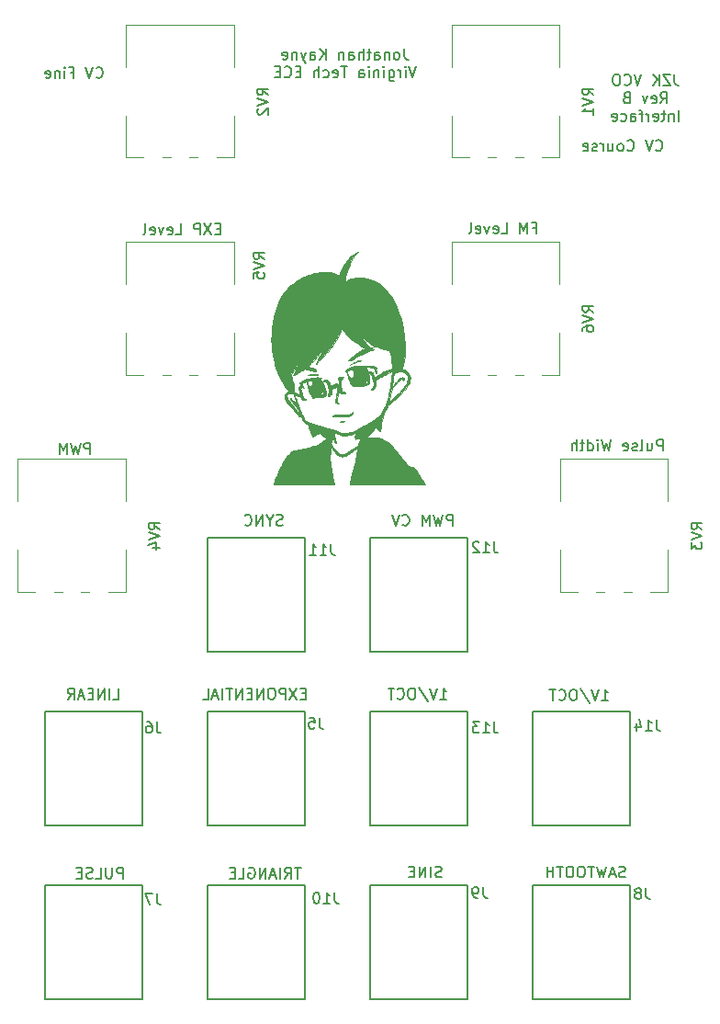
<source format=gbo>
G04 #@! TF.GenerationSoftware,KiCad,Pcbnew,(5.1.0)-1*
G04 #@! TF.CreationDate,2019-05-25T13:26:40-04:00*
G04 #@! TF.ProjectId,VCO_2_RevB_Interface,56434f5f-325f-4526-9576-425f496e7465,rev?*
G04 #@! TF.SameCoordinates,Original*
G04 #@! TF.FileFunction,Legend,Bot*
G04 #@! TF.FilePolarity,Positive*
%FSLAX46Y46*%
G04 Gerber Fmt 4.6, Leading zero omitted, Abs format (unit mm)*
G04 Created by KiCad (PCBNEW (5.1.0)-1) date 2019-05-25 13:26:40*
%MOMM*%
%LPD*%
G04 APERTURE LIST*
%ADD10C,0.150000*%
%ADD11C,0.120000*%
%ADD12C,0.010000*%
G04 APERTURE END LIST*
D10*
X85652380Y-38327380D02*
X85652380Y-39041666D01*
X85700000Y-39184523D01*
X85795238Y-39279761D01*
X85938095Y-39327380D01*
X86033333Y-39327380D01*
X85033333Y-39327380D02*
X85128571Y-39279761D01*
X85176190Y-39232142D01*
X85223809Y-39136904D01*
X85223809Y-38851190D01*
X85176190Y-38755952D01*
X85128571Y-38708333D01*
X85033333Y-38660714D01*
X84890476Y-38660714D01*
X84795238Y-38708333D01*
X84747619Y-38755952D01*
X84700000Y-38851190D01*
X84700000Y-39136904D01*
X84747619Y-39232142D01*
X84795238Y-39279761D01*
X84890476Y-39327380D01*
X85033333Y-39327380D01*
X84271428Y-38660714D02*
X84271428Y-39327380D01*
X84271428Y-38755952D02*
X84223809Y-38708333D01*
X84128571Y-38660714D01*
X83985714Y-38660714D01*
X83890476Y-38708333D01*
X83842857Y-38803571D01*
X83842857Y-39327380D01*
X82938095Y-39327380D02*
X82938095Y-38803571D01*
X82985714Y-38708333D01*
X83080952Y-38660714D01*
X83271428Y-38660714D01*
X83366666Y-38708333D01*
X82938095Y-39279761D02*
X83033333Y-39327380D01*
X83271428Y-39327380D01*
X83366666Y-39279761D01*
X83414285Y-39184523D01*
X83414285Y-39089285D01*
X83366666Y-38994047D01*
X83271428Y-38946428D01*
X83033333Y-38946428D01*
X82938095Y-38898809D01*
X82604761Y-38660714D02*
X82223809Y-38660714D01*
X82461904Y-38327380D02*
X82461904Y-39184523D01*
X82414285Y-39279761D01*
X82319047Y-39327380D01*
X82223809Y-39327380D01*
X81890476Y-39327380D02*
X81890476Y-38327380D01*
X81461904Y-39327380D02*
X81461904Y-38803571D01*
X81509523Y-38708333D01*
X81604761Y-38660714D01*
X81747619Y-38660714D01*
X81842857Y-38708333D01*
X81890476Y-38755952D01*
X80557142Y-39327380D02*
X80557142Y-38803571D01*
X80604761Y-38708333D01*
X80700000Y-38660714D01*
X80890476Y-38660714D01*
X80985714Y-38708333D01*
X80557142Y-39279761D02*
X80652380Y-39327380D01*
X80890476Y-39327380D01*
X80985714Y-39279761D01*
X81033333Y-39184523D01*
X81033333Y-39089285D01*
X80985714Y-38994047D01*
X80890476Y-38946428D01*
X80652380Y-38946428D01*
X80557142Y-38898809D01*
X80080952Y-38660714D02*
X80080952Y-39327380D01*
X80080952Y-38755952D02*
X80033333Y-38708333D01*
X79938095Y-38660714D01*
X79795238Y-38660714D01*
X79700000Y-38708333D01*
X79652380Y-38803571D01*
X79652380Y-39327380D01*
X78414285Y-39327380D02*
X78414285Y-38327380D01*
X77842857Y-39327380D02*
X78271428Y-38755952D01*
X77842857Y-38327380D02*
X78414285Y-38898809D01*
X76985714Y-39327380D02*
X76985714Y-38803571D01*
X77033333Y-38708333D01*
X77128571Y-38660714D01*
X77319047Y-38660714D01*
X77414285Y-38708333D01*
X76985714Y-39279761D02*
X77080952Y-39327380D01*
X77319047Y-39327380D01*
X77414285Y-39279761D01*
X77461904Y-39184523D01*
X77461904Y-39089285D01*
X77414285Y-38994047D01*
X77319047Y-38946428D01*
X77080952Y-38946428D01*
X76985714Y-38898809D01*
X76604761Y-38660714D02*
X76366666Y-39327380D01*
X76128571Y-38660714D02*
X76366666Y-39327380D01*
X76461904Y-39565476D01*
X76509523Y-39613095D01*
X76604761Y-39660714D01*
X75747619Y-38660714D02*
X75747619Y-39327380D01*
X75747619Y-38755952D02*
X75700000Y-38708333D01*
X75604761Y-38660714D01*
X75461904Y-38660714D01*
X75366666Y-38708333D01*
X75319047Y-38803571D01*
X75319047Y-39327380D01*
X74461904Y-39279761D02*
X74557142Y-39327380D01*
X74747619Y-39327380D01*
X74842857Y-39279761D01*
X74890476Y-39184523D01*
X74890476Y-38803571D01*
X74842857Y-38708333D01*
X74747619Y-38660714D01*
X74557142Y-38660714D01*
X74461904Y-38708333D01*
X74414285Y-38803571D01*
X74414285Y-38898809D01*
X74890476Y-38994047D01*
X86771428Y-39977380D02*
X86438095Y-40977380D01*
X86104761Y-39977380D01*
X85771428Y-40977380D02*
X85771428Y-40310714D01*
X85771428Y-39977380D02*
X85819047Y-40025000D01*
X85771428Y-40072619D01*
X85723809Y-40025000D01*
X85771428Y-39977380D01*
X85771428Y-40072619D01*
X85295238Y-40977380D02*
X85295238Y-40310714D01*
X85295238Y-40501190D02*
X85247619Y-40405952D01*
X85200000Y-40358333D01*
X85104761Y-40310714D01*
X85009523Y-40310714D01*
X84247619Y-40310714D02*
X84247619Y-41120238D01*
X84295238Y-41215476D01*
X84342857Y-41263095D01*
X84438095Y-41310714D01*
X84580952Y-41310714D01*
X84676190Y-41263095D01*
X84247619Y-40929761D02*
X84342857Y-40977380D01*
X84533333Y-40977380D01*
X84628571Y-40929761D01*
X84676190Y-40882142D01*
X84723809Y-40786904D01*
X84723809Y-40501190D01*
X84676190Y-40405952D01*
X84628571Y-40358333D01*
X84533333Y-40310714D01*
X84342857Y-40310714D01*
X84247619Y-40358333D01*
X83771428Y-40977380D02*
X83771428Y-40310714D01*
X83771428Y-39977380D02*
X83819047Y-40025000D01*
X83771428Y-40072619D01*
X83723809Y-40025000D01*
X83771428Y-39977380D01*
X83771428Y-40072619D01*
X83295238Y-40310714D02*
X83295238Y-40977380D01*
X83295238Y-40405952D02*
X83247619Y-40358333D01*
X83152380Y-40310714D01*
X83009523Y-40310714D01*
X82914285Y-40358333D01*
X82866666Y-40453571D01*
X82866666Y-40977380D01*
X82390476Y-40977380D02*
X82390476Y-40310714D01*
X82390476Y-39977380D02*
X82438095Y-40025000D01*
X82390476Y-40072619D01*
X82342857Y-40025000D01*
X82390476Y-39977380D01*
X82390476Y-40072619D01*
X81485714Y-40977380D02*
X81485714Y-40453571D01*
X81533333Y-40358333D01*
X81628571Y-40310714D01*
X81819047Y-40310714D01*
X81914285Y-40358333D01*
X81485714Y-40929761D02*
X81580952Y-40977380D01*
X81819047Y-40977380D01*
X81914285Y-40929761D01*
X81961904Y-40834523D01*
X81961904Y-40739285D01*
X81914285Y-40644047D01*
X81819047Y-40596428D01*
X81580952Y-40596428D01*
X81485714Y-40548809D01*
X80390476Y-39977380D02*
X79819047Y-39977380D01*
X80104761Y-40977380D02*
X80104761Y-39977380D01*
X79104761Y-40929761D02*
X79200000Y-40977380D01*
X79390476Y-40977380D01*
X79485714Y-40929761D01*
X79533333Y-40834523D01*
X79533333Y-40453571D01*
X79485714Y-40358333D01*
X79390476Y-40310714D01*
X79200000Y-40310714D01*
X79104761Y-40358333D01*
X79057142Y-40453571D01*
X79057142Y-40548809D01*
X79533333Y-40644047D01*
X78200000Y-40929761D02*
X78295238Y-40977380D01*
X78485714Y-40977380D01*
X78580952Y-40929761D01*
X78628571Y-40882142D01*
X78676190Y-40786904D01*
X78676190Y-40501190D01*
X78628571Y-40405952D01*
X78580952Y-40358333D01*
X78485714Y-40310714D01*
X78295238Y-40310714D01*
X78200000Y-40358333D01*
X77771428Y-40977380D02*
X77771428Y-39977380D01*
X77342857Y-40977380D02*
X77342857Y-40453571D01*
X77390476Y-40358333D01*
X77485714Y-40310714D01*
X77628571Y-40310714D01*
X77723809Y-40358333D01*
X77771428Y-40405952D01*
X76104761Y-40453571D02*
X75771428Y-40453571D01*
X75628571Y-40977380D02*
X76104761Y-40977380D01*
X76104761Y-39977380D01*
X75628571Y-39977380D01*
X74628571Y-40882142D02*
X74676190Y-40929761D01*
X74819047Y-40977380D01*
X74914285Y-40977380D01*
X75057142Y-40929761D01*
X75152380Y-40834523D01*
X75200000Y-40739285D01*
X75247619Y-40548809D01*
X75247619Y-40405952D01*
X75200000Y-40215476D01*
X75152380Y-40120238D01*
X75057142Y-40025000D01*
X74914285Y-39977380D01*
X74819047Y-39977380D01*
X74676190Y-40025000D01*
X74628571Y-40072619D01*
X74200000Y-40453571D02*
X73866666Y-40453571D01*
X73723809Y-40977380D02*
X74200000Y-40977380D01*
X74200000Y-39977380D01*
X73723809Y-39977380D01*
X110566666Y-40702380D02*
X110566666Y-41416666D01*
X110614285Y-41559523D01*
X110709523Y-41654761D01*
X110852380Y-41702380D01*
X110947619Y-41702380D01*
X110185714Y-40702380D02*
X109519047Y-40702380D01*
X110185714Y-41702380D01*
X109519047Y-41702380D01*
X109138095Y-41702380D02*
X109138095Y-40702380D01*
X108566666Y-41702380D02*
X108995238Y-41130952D01*
X108566666Y-40702380D02*
X109138095Y-41273809D01*
X107519047Y-40702380D02*
X107185714Y-41702380D01*
X106852380Y-40702380D01*
X105947619Y-41607142D02*
X105995238Y-41654761D01*
X106138095Y-41702380D01*
X106233333Y-41702380D01*
X106376190Y-41654761D01*
X106471428Y-41559523D01*
X106519047Y-41464285D01*
X106566666Y-41273809D01*
X106566666Y-41130952D01*
X106519047Y-40940476D01*
X106471428Y-40845238D01*
X106376190Y-40750000D01*
X106233333Y-40702380D01*
X106138095Y-40702380D01*
X105995238Y-40750000D01*
X105947619Y-40797619D01*
X105328571Y-40702380D02*
X105138095Y-40702380D01*
X105042857Y-40750000D01*
X104947619Y-40845238D01*
X104900000Y-41035714D01*
X104900000Y-41369047D01*
X104947619Y-41559523D01*
X105042857Y-41654761D01*
X105138095Y-41702380D01*
X105328571Y-41702380D01*
X105423809Y-41654761D01*
X105519047Y-41559523D01*
X105566666Y-41369047D01*
X105566666Y-41035714D01*
X105519047Y-40845238D01*
X105423809Y-40750000D01*
X105328571Y-40702380D01*
X109280952Y-43352380D02*
X109614285Y-42876190D01*
X109852380Y-43352380D02*
X109852380Y-42352380D01*
X109471428Y-42352380D01*
X109376190Y-42400000D01*
X109328571Y-42447619D01*
X109280952Y-42542857D01*
X109280952Y-42685714D01*
X109328571Y-42780952D01*
X109376190Y-42828571D01*
X109471428Y-42876190D01*
X109852380Y-42876190D01*
X108471428Y-43304761D02*
X108566666Y-43352380D01*
X108757142Y-43352380D01*
X108852380Y-43304761D01*
X108900000Y-43209523D01*
X108900000Y-42828571D01*
X108852380Y-42733333D01*
X108757142Y-42685714D01*
X108566666Y-42685714D01*
X108471428Y-42733333D01*
X108423809Y-42828571D01*
X108423809Y-42923809D01*
X108900000Y-43019047D01*
X108090476Y-42685714D02*
X107852380Y-43352380D01*
X107614285Y-42685714D01*
X106138095Y-42828571D02*
X105995238Y-42876190D01*
X105947619Y-42923809D01*
X105900000Y-43019047D01*
X105900000Y-43161904D01*
X105947619Y-43257142D01*
X105995238Y-43304761D01*
X106090476Y-43352380D01*
X106471428Y-43352380D01*
X106471428Y-42352380D01*
X106138095Y-42352380D01*
X106042857Y-42400000D01*
X105995238Y-42447619D01*
X105947619Y-42542857D01*
X105947619Y-42638095D01*
X105995238Y-42733333D01*
X106042857Y-42780952D01*
X106138095Y-42828571D01*
X106471428Y-42828571D01*
X110971428Y-45002380D02*
X110971428Y-44002380D01*
X110495238Y-44335714D02*
X110495238Y-45002380D01*
X110495238Y-44430952D02*
X110447619Y-44383333D01*
X110352380Y-44335714D01*
X110209523Y-44335714D01*
X110114285Y-44383333D01*
X110066666Y-44478571D01*
X110066666Y-45002380D01*
X109733333Y-44335714D02*
X109352380Y-44335714D01*
X109590476Y-44002380D02*
X109590476Y-44859523D01*
X109542857Y-44954761D01*
X109447619Y-45002380D01*
X109352380Y-45002380D01*
X108638095Y-44954761D02*
X108733333Y-45002380D01*
X108923809Y-45002380D01*
X109019047Y-44954761D01*
X109066666Y-44859523D01*
X109066666Y-44478571D01*
X109019047Y-44383333D01*
X108923809Y-44335714D01*
X108733333Y-44335714D01*
X108638095Y-44383333D01*
X108590476Y-44478571D01*
X108590476Y-44573809D01*
X109066666Y-44669047D01*
X108161904Y-45002380D02*
X108161904Y-44335714D01*
X108161904Y-44526190D02*
X108114285Y-44430952D01*
X108066666Y-44383333D01*
X107971428Y-44335714D01*
X107876190Y-44335714D01*
X107685714Y-44335714D02*
X107304761Y-44335714D01*
X107542857Y-45002380D02*
X107542857Y-44145238D01*
X107495238Y-44050000D01*
X107400000Y-44002380D01*
X107304761Y-44002380D01*
X106542857Y-45002380D02*
X106542857Y-44478571D01*
X106590476Y-44383333D01*
X106685714Y-44335714D01*
X106876190Y-44335714D01*
X106971428Y-44383333D01*
X106542857Y-44954761D02*
X106638095Y-45002380D01*
X106876190Y-45002380D01*
X106971428Y-44954761D01*
X107019047Y-44859523D01*
X107019047Y-44764285D01*
X106971428Y-44669047D01*
X106876190Y-44621428D01*
X106638095Y-44621428D01*
X106542857Y-44573809D01*
X105638095Y-44954761D02*
X105733333Y-45002380D01*
X105923809Y-45002380D01*
X106019047Y-44954761D01*
X106066666Y-44907142D01*
X106114285Y-44811904D01*
X106114285Y-44526190D01*
X106066666Y-44430952D01*
X106019047Y-44383333D01*
X105923809Y-44335714D01*
X105733333Y-44335714D01*
X105638095Y-44383333D01*
X104828571Y-44954761D02*
X104923809Y-45002380D01*
X105114285Y-45002380D01*
X105209523Y-44954761D01*
X105257142Y-44859523D01*
X105257142Y-44478571D01*
X105209523Y-44383333D01*
X105114285Y-44335714D01*
X104923809Y-44335714D01*
X104828571Y-44383333D01*
X104780952Y-44478571D01*
X104780952Y-44573809D01*
X105257142Y-44669047D01*
X103871428Y-98352380D02*
X104442857Y-98352380D01*
X104157142Y-98352380D02*
X104157142Y-97352380D01*
X104252380Y-97495238D01*
X104347619Y-97590476D01*
X104442857Y-97638095D01*
X103585714Y-97352380D02*
X103252380Y-98352380D01*
X102919047Y-97352380D01*
X101871428Y-97304761D02*
X102728571Y-98590476D01*
X101347619Y-97352380D02*
X101157142Y-97352380D01*
X101061904Y-97400000D01*
X100966666Y-97495238D01*
X100919047Y-97685714D01*
X100919047Y-98019047D01*
X100966666Y-98209523D01*
X101061904Y-98304761D01*
X101157142Y-98352380D01*
X101347619Y-98352380D01*
X101442857Y-98304761D01*
X101538095Y-98209523D01*
X101585714Y-98019047D01*
X101585714Y-97685714D01*
X101538095Y-97495238D01*
X101442857Y-97400000D01*
X101347619Y-97352380D01*
X99919047Y-98257142D02*
X99966666Y-98304761D01*
X100109523Y-98352380D01*
X100204761Y-98352380D01*
X100347619Y-98304761D01*
X100442857Y-98209523D01*
X100490476Y-98114285D01*
X100538095Y-97923809D01*
X100538095Y-97780952D01*
X100490476Y-97590476D01*
X100442857Y-97495238D01*
X100347619Y-97400000D01*
X100204761Y-97352380D01*
X100109523Y-97352380D01*
X99966666Y-97400000D01*
X99919047Y-97447619D01*
X99633333Y-97352380D02*
X99061904Y-97352380D01*
X99347619Y-98352380D02*
X99347619Y-97352380D01*
X59719047Y-114752380D02*
X59719047Y-113752380D01*
X59338095Y-113752380D01*
X59242857Y-113800000D01*
X59195238Y-113847619D01*
X59147619Y-113942857D01*
X59147619Y-114085714D01*
X59195238Y-114180952D01*
X59242857Y-114228571D01*
X59338095Y-114276190D01*
X59719047Y-114276190D01*
X58719047Y-113752380D02*
X58719047Y-114561904D01*
X58671428Y-114657142D01*
X58623809Y-114704761D01*
X58528571Y-114752380D01*
X58338095Y-114752380D01*
X58242857Y-114704761D01*
X58195238Y-114657142D01*
X58147619Y-114561904D01*
X58147619Y-113752380D01*
X57195238Y-114752380D02*
X57671428Y-114752380D01*
X57671428Y-113752380D01*
X56909523Y-114704761D02*
X56766666Y-114752380D01*
X56528571Y-114752380D01*
X56433333Y-114704761D01*
X56385714Y-114657142D01*
X56338095Y-114561904D01*
X56338095Y-114466666D01*
X56385714Y-114371428D01*
X56433333Y-114323809D01*
X56528571Y-114276190D01*
X56719047Y-114228571D01*
X56814285Y-114180952D01*
X56861904Y-114133333D01*
X56909523Y-114038095D01*
X56909523Y-113942857D01*
X56861904Y-113847619D01*
X56814285Y-113800000D01*
X56719047Y-113752380D01*
X56480952Y-113752380D01*
X56338095Y-113800000D01*
X55909523Y-114228571D02*
X55576190Y-114228571D01*
X55433333Y-114752380D02*
X55909523Y-114752380D01*
X55909523Y-113752380D01*
X55433333Y-113752380D01*
X76133333Y-113752380D02*
X75561904Y-113752380D01*
X75847619Y-114752380D02*
X75847619Y-113752380D01*
X74657142Y-114752380D02*
X74990476Y-114276190D01*
X75228571Y-114752380D02*
X75228571Y-113752380D01*
X74847619Y-113752380D01*
X74752380Y-113800000D01*
X74704761Y-113847619D01*
X74657142Y-113942857D01*
X74657142Y-114085714D01*
X74704761Y-114180952D01*
X74752380Y-114228571D01*
X74847619Y-114276190D01*
X75228571Y-114276190D01*
X74228571Y-114752380D02*
X74228571Y-113752380D01*
X73800000Y-114466666D02*
X73323809Y-114466666D01*
X73895238Y-114752380D02*
X73561904Y-113752380D01*
X73228571Y-114752380D01*
X72895238Y-114752380D02*
X72895238Y-113752380D01*
X72323809Y-114752380D01*
X72323809Y-113752380D01*
X71323809Y-113800000D02*
X71419047Y-113752380D01*
X71561904Y-113752380D01*
X71704761Y-113800000D01*
X71800000Y-113895238D01*
X71847619Y-113990476D01*
X71895238Y-114180952D01*
X71895238Y-114323809D01*
X71847619Y-114514285D01*
X71800000Y-114609523D01*
X71704761Y-114704761D01*
X71561904Y-114752380D01*
X71466666Y-114752380D01*
X71323809Y-114704761D01*
X71276190Y-114657142D01*
X71276190Y-114323809D01*
X71466666Y-114323809D01*
X70371428Y-114752380D02*
X70847619Y-114752380D01*
X70847619Y-113752380D01*
X70038095Y-114228571D02*
X69704761Y-114228571D01*
X69561904Y-114752380D02*
X70038095Y-114752380D01*
X70038095Y-113752380D01*
X69561904Y-113752380D01*
X89100000Y-114604761D02*
X88957142Y-114652380D01*
X88719047Y-114652380D01*
X88623809Y-114604761D01*
X88576190Y-114557142D01*
X88528571Y-114461904D01*
X88528571Y-114366666D01*
X88576190Y-114271428D01*
X88623809Y-114223809D01*
X88719047Y-114176190D01*
X88909523Y-114128571D01*
X89004761Y-114080952D01*
X89052380Y-114033333D01*
X89100000Y-113938095D01*
X89100000Y-113842857D01*
X89052380Y-113747619D01*
X89004761Y-113700000D01*
X88909523Y-113652380D01*
X88671428Y-113652380D01*
X88528571Y-113700000D01*
X88100000Y-114652380D02*
X88100000Y-113652380D01*
X87623809Y-114652380D02*
X87623809Y-113652380D01*
X87052380Y-114652380D01*
X87052380Y-113652380D01*
X86576190Y-114128571D02*
X86242857Y-114128571D01*
X86100000Y-114652380D02*
X86576190Y-114652380D01*
X86576190Y-113652380D01*
X86100000Y-113652380D01*
X106019047Y-114604761D02*
X105876190Y-114652380D01*
X105638095Y-114652380D01*
X105542857Y-114604761D01*
X105495238Y-114557142D01*
X105447619Y-114461904D01*
X105447619Y-114366666D01*
X105495238Y-114271428D01*
X105542857Y-114223809D01*
X105638095Y-114176190D01*
X105828571Y-114128571D01*
X105923809Y-114080952D01*
X105971428Y-114033333D01*
X106019047Y-113938095D01*
X106019047Y-113842857D01*
X105971428Y-113747619D01*
X105923809Y-113700000D01*
X105828571Y-113652380D01*
X105590476Y-113652380D01*
X105447619Y-113700000D01*
X105066666Y-114366666D02*
X104590476Y-114366666D01*
X105161904Y-114652380D02*
X104828571Y-113652380D01*
X104495238Y-114652380D01*
X104257142Y-113652380D02*
X104019047Y-114652380D01*
X103828571Y-113938095D01*
X103638095Y-114652380D01*
X103400000Y-113652380D01*
X103161904Y-113652380D02*
X102590476Y-113652380D01*
X102876190Y-114652380D02*
X102876190Y-113652380D01*
X102066666Y-113652380D02*
X101876190Y-113652380D01*
X101780952Y-113700000D01*
X101685714Y-113795238D01*
X101638095Y-113985714D01*
X101638095Y-114319047D01*
X101685714Y-114509523D01*
X101780952Y-114604761D01*
X101876190Y-114652380D01*
X102066666Y-114652380D01*
X102161904Y-114604761D01*
X102257142Y-114509523D01*
X102304761Y-114319047D01*
X102304761Y-113985714D01*
X102257142Y-113795238D01*
X102161904Y-113700000D01*
X102066666Y-113652380D01*
X101019047Y-113652380D02*
X100828571Y-113652380D01*
X100733333Y-113700000D01*
X100638095Y-113795238D01*
X100590476Y-113985714D01*
X100590476Y-114319047D01*
X100638095Y-114509523D01*
X100733333Y-114604761D01*
X100828571Y-114652380D01*
X101019047Y-114652380D01*
X101114285Y-114604761D01*
X101209523Y-114509523D01*
X101257142Y-114319047D01*
X101257142Y-113985714D01*
X101209523Y-113795238D01*
X101114285Y-113700000D01*
X101019047Y-113652380D01*
X100304761Y-113652380D02*
X99733333Y-113652380D01*
X100019047Y-114652380D02*
X100019047Y-113652380D01*
X99400000Y-114652380D02*
X99400000Y-113652380D01*
X99400000Y-114128571D02*
X98828571Y-114128571D01*
X98828571Y-114652380D02*
X98828571Y-113652380D01*
X88971428Y-98252380D02*
X89542857Y-98252380D01*
X89257142Y-98252380D02*
X89257142Y-97252380D01*
X89352380Y-97395238D01*
X89447619Y-97490476D01*
X89542857Y-97538095D01*
X88685714Y-97252380D02*
X88352380Y-98252380D01*
X88019047Y-97252380D01*
X86971428Y-97204761D02*
X87828571Y-98490476D01*
X86447619Y-97252380D02*
X86257142Y-97252380D01*
X86161904Y-97300000D01*
X86066666Y-97395238D01*
X86019047Y-97585714D01*
X86019047Y-97919047D01*
X86066666Y-98109523D01*
X86161904Y-98204761D01*
X86257142Y-98252380D01*
X86447619Y-98252380D01*
X86542857Y-98204761D01*
X86638095Y-98109523D01*
X86685714Y-97919047D01*
X86685714Y-97585714D01*
X86638095Y-97395238D01*
X86542857Y-97300000D01*
X86447619Y-97252380D01*
X85019047Y-98157142D02*
X85066666Y-98204761D01*
X85209523Y-98252380D01*
X85304761Y-98252380D01*
X85447619Y-98204761D01*
X85542857Y-98109523D01*
X85590476Y-98014285D01*
X85638095Y-97823809D01*
X85638095Y-97680952D01*
X85590476Y-97490476D01*
X85542857Y-97395238D01*
X85447619Y-97300000D01*
X85304761Y-97252380D01*
X85209523Y-97252380D01*
X85066666Y-97300000D01*
X85019047Y-97347619D01*
X84733333Y-97252380D02*
X84161904Y-97252380D01*
X84447619Y-98252380D02*
X84447619Y-97252380D01*
X76566666Y-97728571D02*
X76233333Y-97728571D01*
X76090476Y-98252380D02*
X76566666Y-98252380D01*
X76566666Y-97252380D01*
X76090476Y-97252380D01*
X75757142Y-97252380D02*
X75090476Y-98252380D01*
X75090476Y-97252380D02*
X75757142Y-98252380D01*
X74709523Y-98252380D02*
X74709523Y-97252380D01*
X74328571Y-97252380D01*
X74233333Y-97300000D01*
X74185714Y-97347619D01*
X74138095Y-97442857D01*
X74138095Y-97585714D01*
X74185714Y-97680952D01*
X74233333Y-97728571D01*
X74328571Y-97776190D01*
X74709523Y-97776190D01*
X73519047Y-97252380D02*
X73328571Y-97252380D01*
X73233333Y-97300000D01*
X73138095Y-97395238D01*
X73090476Y-97585714D01*
X73090476Y-97919047D01*
X73138095Y-98109523D01*
X73233333Y-98204761D01*
X73328571Y-98252380D01*
X73519047Y-98252380D01*
X73614285Y-98204761D01*
X73709523Y-98109523D01*
X73757142Y-97919047D01*
X73757142Y-97585714D01*
X73709523Y-97395238D01*
X73614285Y-97300000D01*
X73519047Y-97252380D01*
X72661904Y-98252380D02*
X72661904Y-97252380D01*
X72090476Y-98252380D01*
X72090476Y-97252380D01*
X71614285Y-97728571D02*
X71280952Y-97728571D01*
X71138095Y-98252380D02*
X71614285Y-98252380D01*
X71614285Y-97252380D01*
X71138095Y-97252380D01*
X70709523Y-98252380D02*
X70709523Y-97252380D01*
X70138095Y-98252380D01*
X70138095Y-97252380D01*
X69804761Y-97252380D02*
X69233333Y-97252380D01*
X69519047Y-98252380D02*
X69519047Y-97252380D01*
X68900000Y-98252380D02*
X68900000Y-97252380D01*
X68471428Y-97966666D02*
X67995238Y-97966666D01*
X68566666Y-98252380D02*
X68233333Y-97252380D01*
X67900000Y-98252380D01*
X67090476Y-98252380D02*
X67566666Y-98252380D01*
X67566666Y-97252380D01*
X58833333Y-98252380D02*
X59309523Y-98252380D01*
X59309523Y-97252380D01*
X58500000Y-98252380D02*
X58500000Y-97252380D01*
X58023809Y-98252380D02*
X58023809Y-97252380D01*
X57452380Y-98252380D01*
X57452380Y-97252380D01*
X56976190Y-97728571D02*
X56642857Y-97728571D01*
X56500000Y-98252380D02*
X56976190Y-98252380D01*
X56976190Y-97252380D01*
X56500000Y-97252380D01*
X56119047Y-97966666D02*
X55642857Y-97966666D01*
X56214285Y-98252380D02*
X55880952Y-97252380D01*
X55547619Y-98252380D01*
X54642857Y-98252380D02*
X54976190Y-97776190D01*
X55214285Y-98252380D02*
X55214285Y-97252380D01*
X54833333Y-97252380D01*
X54738095Y-97300000D01*
X54690476Y-97347619D01*
X54642857Y-97442857D01*
X54642857Y-97585714D01*
X54690476Y-97680952D01*
X54738095Y-97728571D01*
X54833333Y-97776190D01*
X55214285Y-97776190D01*
X74438095Y-82204761D02*
X74295238Y-82252380D01*
X74057142Y-82252380D01*
X73961904Y-82204761D01*
X73914285Y-82157142D01*
X73866666Y-82061904D01*
X73866666Y-81966666D01*
X73914285Y-81871428D01*
X73961904Y-81823809D01*
X74057142Y-81776190D01*
X74247619Y-81728571D01*
X74342857Y-81680952D01*
X74390476Y-81633333D01*
X74438095Y-81538095D01*
X74438095Y-81442857D01*
X74390476Y-81347619D01*
X74342857Y-81300000D01*
X74247619Y-81252380D01*
X74009523Y-81252380D01*
X73866666Y-81300000D01*
X73247619Y-81776190D02*
X73247619Y-82252380D01*
X73580952Y-81252380D02*
X73247619Y-81776190D01*
X72914285Y-81252380D01*
X72580952Y-82252380D02*
X72580952Y-81252380D01*
X72009523Y-82252380D01*
X72009523Y-81252380D01*
X70961904Y-82157142D02*
X71009523Y-82204761D01*
X71152380Y-82252380D01*
X71247619Y-82252380D01*
X71390476Y-82204761D01*
X71485714Y-82109523D01*
X71533333Y-82014285D01*
X71580952Y-81823809D01*
X71580952Y-81680952D01*
X71533333Y-81490476D01*
X71485714Y-81395238D01*
X71390476Y-81300000D01*
X71247619Y-81252380D01*
X71152380Y-81252380D01*
X71009523Y-81300000D01*
X70961904Y-81347619D01*
X90114285Y-82252380D02*
X90114285Y-81252380D01*
X89733333Y-81252380D01*
X89638095Y-81300000D01*
X89590476Y-81347619D01*
X89542857Y-81442857D01*
X89542857Y-81585714D01*
X89590476Y-81680952D01*
X89638095Y-81728571D01*
X89733333Y-81776190D01*
X90114285Y-81776190D01*
X89209523Y-81252380D02*
X88971428Y-82252380D01*
X88780952Y-81538095D01*
X88590476Y-82252380D01*
X88352380Y-81252380D01*
X87971428Y-82252380D02*
X87971428Y-81252380D01*
X87638095Y-81966666D01*
X87304761Y-81252380D01*
X87304761Y-82252380D01*
X85495238Y-82157142D02*
X85542857Y-82204761D01*
X85685714Y-82252380D01*
X85780952Y-82252380D01*
X85923809Y-82204761D01*
X86019047Y-82109523D01*
X86066666Y-82014285D01*
X86114285Y-81823809D01*
X86114285Y-81680952D01*
X86066666Y-81490476D01*
X86019047Y-81395238D01*
X85923809Y-81300000D01*
X85780952Y-81252380D01*
X85685714Y-81252380D01*
X85542857Y-81300000D01*
X85495238Y-81347619D01*
X85209523Y-81252380D02*
X84876190Y-82252380D01*
X84542857Y-81252380D01*
X109490476Y-75352380D02*
X109490476Y-74352380D01*
X109109523Y-74352380D01*
X109014285Y-74400000D01*
X108966666Y-74447619D01*
X108919047Y-74542857D01*
X108919047Y-74685714D01*
X108966666Y-74780952D01*
X109014285Y-74828571D01*
X109109523Y-74876190D01*
X109490476Y-74876190D01*
X108061904Y-74685714D02*
X108061904Y-75352380D01*
X108490476Y-74685714D02*
X108490476Y-75209523D01*
X108442857Y-75304761D01*
X108347619Y-75352380D01*
X108204761Y-75352380D01*
X108109523Y-75304761D01*
X108061904Y-75257142D01*
X107442857Y-75352380D02*
X107538095Y-75304761D01*
X107585714Y-75209523D01*
X107585714Y-74352380D01*
X107109523Y-75304761D02*
X107014285Y-75352380D01*
X106823809Y-75352380D01*
X106728571Y-75304761D01*
X106680952Y-75209523D01*
X106680952Y-75161904D01*
X106728571Y-75066666D01*
X106823809Y-75019047D01*
X106966666Y-75019047D01*
X107061904Y-74971428D01*
X107109523Y-74876190D01*
X107109523Y-74828571D01*
X107061904Y-74733333D01*
X106966666Y-74685714D01*
X106823809Y-74685714D01*
X106728571Y-74733333D01*
X105871428Y-75304761D02*
X105966666Y-75352380D01*
X106157142Y-75352380D01*
X106252380Y-75304761D01*
X106300000Y-75209523D01*
X106300000Y-74828571D01*
X106252380Y-74733333D01*
X106157142Y-74685714D01*
X105966666Y-74685714D01*
X105871428Y-74733333D01*
X105823809Y-74828571D01*
X105823809Y-74923809D01*
X106300000Y-75019047D01*
X104728571Y-74352380D02*
X104490476Y-75352380D01*
X104300000Y-74638095D01*
X104109523Y-75352380D01*
X103871428Y-74352380D01*
X103490476Y-75352380D02*
X103490476Y-74685714D01*
X103490476Y-74352380D02*
X103538095Y-74400000D01*
X103490476Y-74447619D01*
X103442857Y-74400000D01*
X103490476Y-74352380D01*
X103490476Y-74447619D01*
X102585714Y-75352380D02*
X102585714Y-74352380D01*
X102585714Y-75304761D02*
X102680952Y-75352380D01*
X102871428Y-75352380D01*
X102966666Y-75304761D01*
X103014285Y-75257142D01*
X103061904Y-75161904D01*
X103061904Y-74876190D01*
X103014285Y-74780952D01*
X102966666Y-74733333D01*
X102871428Y-74685714D01*
X102680952Y-74685714D01*
X102585714Y-74733333D01*
X102252380Y-74685714D02*
X101871428Y-74685714D01*
X102109523Y-74352380D02*
X102109523Y-75209523D01*
X102061904Y-75304761D01*
X101966666Y-75352380D01*
X101871428Y-75352380D01*
X101538095Y-75352380D02*
X101538095Y-74352380D01*
X101109523Y-75352380D02*
X101109523Y-74828571D01*
X101157142Y-74733333D01*
X101252380Y-74685714D01*
X101395238Y-74685714D01*
X101490476Y-74733333D01*
X101538095Y-74780952D01*
X56704761Y-75652380D02*
X56704761Y-74652380D01*
X56323809Y-74652380D01*
X56228571Y-74700000D01*
X56180952Y-74747619D01*
X56133333Y-74842857D01*
X56133333Y-74985714D01*
X56180952Y-75080952D01*
X56228571Y-75128571D01*
X56323809Y-75176190D01*
X56704761Y-75176190D01*
X55800000Y-74652380D02*
X55561904Y-75652380D01*
X55371428Y-74938095D01*
X55180952Y-75652380D01*
X54942857Y-74652380D01*
X54561904Y-75652380D02*
X54561904Y-74652380D01*
X54228571Y-75366666D01*
X53895238Y-74652380D01*
X53895238Y-75652380D01*
X68676190Y-54928571D02*
X68342857Y-54928571D01*
X68200000Y-55452380D02*
X68676190Y-55452380D01*
X68676190Y-54452380D01*
X68200000Y-54452380D01*
X67866666Y-54452380D02*
X67200000Y-55452380D01*
X67200000Y-54452380D02*
X67866666Y-55452380D01*
X66819047Y-55452380D02*
X66819047Y-54452380D01*
X66438095Y-54452380D01*
X66342857Y-54500000D01*
X66295238Y-54547619D01*
X66247619Y-54642857D01*
X66247619Y-54785714D01*
X66295238Y-54880952D01*
X66342857Y-54928571D01*
X66438095Y-54976190D01*
X66819047Y-54976190D01*
X64580952Y-55452380D02*
X65057142Y-55452380D01*
X65057142Y-54452380D01*
X63866666Y-55404761D02*
X63961904Y-55452380D01*
X64152380Y-55452380D01*
X64247619Y-55404761D01*
X64295238Y-55309523D01*
X64295238Y-54928571D01*
X64247619Y-54833333D01*
X64152380Y-54785714D01*
X63961904Y-54785714D01*
X63866666Y-54833333D01*
X63819047Y-54928571D01*
X63819047Y-55023809D01*
X64295238Y-55119047D01*
X63485714Y-54785714D02*
X63247619Y-55452380D01*
X63009523Y-54785714D01*
X62247619Y-55404761D02*
X62342857Y-55452380D01*
X62533333Y-55452380D01*
X62628571Y-55404761D01*
X62676190Y-55309523D01*
X62676190Y-54928571D01*
X62628571Y-54833333D01*
X62533333Y-54785714D01*
X62342857Y-54785714D01*
X62247619Y-54833333D01*
X62199999Y-54928571D01*
X62199999Y-55023809D01*
X62676190Y-55119047D01*
X61628571Y-55452380D02*
X61723809Y-55404761D01*
X61771428Y-55309523D01*
X61771428Y-54452380D01*
X97514285Y-54828571D02*
X97847619Y-54828571D01*
X97847619Y-55352380D02*
X97847619Y-54352380D01*
X97371428Y-54352380D01*
X96990476Y-55352380D02*
X96990476Y-54352380D01*
X96657142Y-55066666D01*
X96323809Y-54352380D01*
X96323809Y-55352380D01*
X94609523Y-55352380D02*
X95085714Y-55352380D01*
X95085714Y-54352380D01*
X93895238Y-55304761D02*
X93990476Y-55352380D01*
X94180952Y-55352380D01*
X94276190Y-55304761D01*
X94323809Y-55209523D01*
X94323809Y-54828571D01*
X94276190Y-54733333D01*
X94180952Y-54685714D01*
X93990476Y-54685714D01*
X93895238Y-54733333D01*
X93847619Y-54828571D01*
X93847619Y-54923809D01*
X94323809Y-55019047D01*
X93514285Y-54685714D02*
X93276190Y-55352380D01*
X93038095Y-54685714D01*
X92276190Y-55304761D02*
X92371428Y-55352380D01*
X92561904Y-55352380D01*
X92657142Y-55304761D01*
X92704761Y-55209523D01*
X92704761Y-54828571D01*
X92657142Y-54733333D01*
X92561904Y-54685714D01*
X92371428Y-54685714D01*
X92276190Y-54733333D01*
X92228571Y-54828571D01*
X92228571Y-54923809D01*
X92704761Y-55019047D01*
X91657142Y-55352380D02*
X91752380Y-55304761D01*
X91800000Y-55209523D01*
X91800000Y-54352380D01*
X108847619Y-47657142D02*
X108895238Y-47704761D01*
X109038095Y-47752380D01*
X109133333Y-47752380D01*
X109276190Y-47704761D01*
X109371428Y-47609523D01*
X109419047Y-47514285D01*
X109466666Y-47323809D01*
X109466666Y-47180952D01*
X109419047Y-46990476D01*
X109371428Y-46895238D01*
X109276190Y-46800000D01*
X109133333Y-46752380D01*
X109038095Y-46752380D01*
X108895238Y-46800000D01*
X108847619Y-46847619D01*
X108561904Y-46752380D02*
X108228571Y-47752380D01*
X107895238Y-46752380D01*
X106228571Y-47657142D02*
X106276190Y-47704761D01*
X106419047Y-47752380D01*
X106514285Y-47752380D01*
X106657142Y-47704761D01*
X106752380Y-47609523D01*
X106800000Y-47514285D01*
X106847619Y-47323809D01*
X106847619Y-47180952D01*
X106800000Y-46990476D01*
X106752380Y-46895238D01*
X106657142Y-46800000D01*
X106514285Y-46752380D01*
X106419047Y-46752380D01*
X106276190Y-46800000D01*
X106228571Y-46847619D01*
X105657142Y-47752380D02*
X105752380Y-47704761D01*
X105800000Y-47657142D01*
X105847619Y-47561904D01*
X105847619Y-47276190D01*
X105800000Y-47180952D01*
X105752380Y-47133333D01*
X105657142Y-47085714D01*
X105514285Y-47085714D01*
X105419047Y-47133333D01*
X105371428Y-47180952D01*
X105323809Y-47276190D01*
X105323809Y-47561904D01*
X105371428Y-47657142D01*
X105419047Y-47704761D01*
X105514285Y-47752380D01*
X105657142Y-47752380D01*
X104466666Y-47085714D02*
X104466666Y-47752380D01*
X104895238Y-47085714D02*
X104895238Y-47609523D01*
X104847619Y-47704761D01*
X104752380Y-47752380D01*
X104609523Y-47752380D01*
X104514285Y-47704761D01*
X104466666Y-47657142D01*
X103990476Y-47752380D02*
X103990476Y-47085714D01*
X103990476Y-47276190D02*
X103942857Y-47180952D01*
X103895238Y-47133333D01*
X103800000Y-47085714D01*
X103704761Y-47085714D01*
X103419047Y-47704761D02*
X103323809Y-47752380D01*
X103133333Y-47752380D01*
X103038095Y-47704761D01*
X102990476Y-47609523D01*
X102990476Y-47561904D01*
X103038095Y-47466666D01*
X103133333Y-47419047D01*
X103276190Y-47419047D01*
X103371428Y-47371428D01*
X103419047Y-47276190D01*
X103419047Y-47228571D01*
X103371428Y-47133333D01*
X103276190Y-47085714D01*
X103133333Y-47085714D01*
X103038095Y-47133333D01*
X102180952Y-47704761D02*
X102276190Y-47752380D01*
X102466666Y-47752380D01*
X102561904Y-47704761D01*
X102609523Y-47609523D01*
X102609523Y-47228571D01*
X102561904Y-47133333D01*
X102466666Y-47085714D01*
X102276190Y-47085714D01*
X102180952Y-47133333D01*
X102133333Y-47228571D01*
X102133333Y-47323809D01*
X102609523Y-47419047D01*
X57247619Y-40957142D02*
X57295238Y-41004761D01*
X57438095Y-41052380D01*
X57533333Y-41052380D01*
X57676190Y-41004761D01*
X57771428Y-40909523D01*
X57819047Y-40814285D01*
X57866666Y-40623809D01*
X57866666Y-40480952D01*
X57819047Y-40290476D01*
X57771428Y-40195238D01*
X57676190Y-40100000D01*
X57533333Y-40052380D01*
X57438095Y-40052380D01*
X57295238Y-40100000D01*
X57247619Y-40147619D01*
X56961904Y-40052380D02*
X56628571Y-41052380D01*
X56295238Y-40052380D01*
X54866666Y-40528571D02*
X55200000Y-40528571D01*
X55200000Y-41052380D02*
X55200000Y-40052380D01*
X54723809Y-40052380D01*
X54342857Y-41052380D02*
X54342857Y-40385714D01*
X54342857Y-40052380D02*
X54390476Y-40100000D01*
X54342857Y-40147619D01*
X54295238Y-40100000D01*
X54342857Y-40052380D01*
X54342857Y-40147619D01*
X53866666Y-40385714D02*
X53866666Y-41052380D01*
X53866666Y-40480952D02*
X53819047Y-40433333D01*
X53723809Y-40385714D01*
X53580952Y-40385714D01*
X53485714Y-40433333D01*
X53438095Y-40528571D01*
X53438095Y-41052380D01*
X52580952Y-41004761D02*
X52676190Y-41052380D01*
X52866666Y-41052380D01*
X52961904Y-41004761D01*
X53009523Y-40909523D01*
X53009523Y-40528571D01*
X52961904Y-40433333D01*
X52866666Y-40385714D01*
X52676190Y-40385714D01*
X52580952Y-40433333D01*
X52533333Y-40528571D01*
X52533333Y-40623809D01*
X53009523Y-40719047D01*
X67500000Y-99350000D02*
X67500000Y-109850000D01*
X76500000Y-99350000D02*
X67500000Y-99350000D01*
X76500000Y-109850000D02*
X76500000Y-99350000D01*
X67500000Y-109850000D02*
X76500000Y-109850000D01*
X52500000Y-99350000D02*
X52500000Y-109850000D01*
X61500000Y-99350000D02*
X52500000Y-99350000D01*
X61500000Y-109850000D02*
X61500000Y-99350000D01*
X52500000Y-109850000D02*
X61500000Y-109850000D01*
X52500000Y-115350000D02*
X52500000Y-125850000D01*
X61500000Y-115350000D02*
X52500000Y-115350000D01*
X61500000Y-125850000D02*
X61500000Y-115350000D01*
X52500000Y-125850000D02*
X61500000Y-125850000D01*
X97500000Y-115350000D02*
X97500000Y-125850000D01*
X106500000Y-115350000D02*
X97500000Y-115350000D01*
X106500000Y-125850000D02*
X106500000Y-115350000D01*
X97500000Y-125850000D02*
X106500000Y-125850000D01*
X82500000Y-115350000D02*
X82500000Y-125850000D01*
X91500000Y-115350000D02*
X82500000Y-115350000D01*
X91500000Y-125850000D02*
X91500000Y-115350000D01*
X82500000Y-125850000D02*
X91500000Y-125850000D01*
X67500000Y-115350000D02*
X67500000Y-125850000D01*
X76500000Y-115350000D02*
X67500000Y-115350000D01*
X76500000Y-125850000D02*
X76500000Y-115350000D01*
X67500000Y-125850000D02*
X76500000Y-125850000D01*
X67500000Y-83350000D02*
X67500000Y-93850000D01*
X76500000Y-83350000D02*
X67500000Y-83350000D01*
X76500000Y-93850000D02*
X76500000Y-83350000D01*
X67500000Y-93850000D02*
X76500000Y-93850000D01*
X82500000Y-83350000D02*
X82500000Y-93850000D01*
X91500000Y-83350000D02*
X82500000Y-83350000D01*
X91500000Y-93850000D02*
X91500000Y-83350000D01*
X82500000Y-93850000D02*
X91500000Y-93850000D01*
X82500000Y-99350000D02*
X82500000Y-109850000D01*
X91500000Y-99350000D02*
X82500000Y-99350000D01*
X91500000Y-109850000D02*
X91500000Y-99350000D01*
X82500000Y-109850000D02*
X91500000Y-109850000D01*
X97500000Y-99350000D02*
X97500000Y-109850000D01*
X106500000Y-99350000D02*
X97500000Y-99350000D01*
X106500000Y-109850000D02*
X106500000Y-99350000D01*
X97500000Y-109850000D02*
X106500000Y-109850000D01*
D11*
X99970000Y-48370000D02*
X99970000Y-44505000D01*
X99970000Y-39995000D02*
X99970000Y-36130000D01*
X90030000Y-48370000D02*
X90030000Y-44505000D01*
X90030000Y-39995000D02*
X90030000Y-36130000D01*
X99970000Y-48370000D02*
X98371000Y-48370000D01*
X96629000Y-48370000D02*
X95870000Y-48370000D01*
X94129000Y-48370000D02*
X93370000Y-48370000D01*
X91630000Y-48370000D02*
X90030000Y-48370000D01*
X99970000Y-36130000D02*
X90030000Y-36130000D01*
X69970000Y-48370000D02*
X69970000Y-44505000D01*
X69970000Y-39995000D02*
X69970000Y-36130000D01*
X60030000Y-48370000D02*
X60030000Y-44505000D01*
X60030000Y-39995000D02*
X60030000Y-36130000D01*
X69970000Y-48370000D02*
X68371000Y-48370000D01*
X66629000Y-48370000D02*
X65870000Y-48370000D01*
X64129000Y-48370000D02*
X63370000Y-48370000D01*
X61630000Y-48370000D02*
X60030000Y-48370000D01*
X69970000Y-36130000D02*
X60030000Y-36130000D01*
X109970000Y-88370000D02*
X109970000Y-84505000D01*
X109970000Y-79995000D02*
X109970000Y-76130000D01*
X100030000Y-88370000D02*
X100030000Y-84505000D01*
X100030000Y-79995000D02*
X100030000Y-76130000D01*
X109970000Y-88370000D02*
X108371000Y-88370000D01*
X106629000Y-88370000D02*
X105870000Y-88370000D01*
X104129000Y-88370000D02*
X103370000Y-88370000D01*
X101630000Y-88370000D02*
X100030000Y-88370000D01*
X109970000Y-76130000D02*
X100030000Y-76130000D01*
X59970000Y-88370000D02*
X59970000Y-84505000D01*
X59970000Y-79995000D02*
X59970000Y-76130000D01*
X50030000Y-88370000D02*
X50030000Y-84505000D01*
X50030000Y-79995000D02*
X50030000Y-76130000D01*
X59970000Y-88370000D02*
X58371000Y-88370000D01*
X56629000Y-88370000D02*
X55870000Y-88370000D01*
X54129000Y-88370000D02*
X53370000Y-88370000D01*
X51630000Y-88370000D02*
X50030000Y-88370000D01*
X59970000Y-76130000D02*
X50030000Y-76130000D01*
X69970000Y-68370000D02*
X69970000Y-64505000D01*
X69970000Y-59995000D02*
X69970000Y-56130000D01*
X60030000Y-68370000D02*
X60030000Y-64505000D01*
X60030000Y-59995000D02*
X60030000Y-56130000D01*
X69970000Y-68370000D02*
X68371000Y-68370000D01*
X66629000Y-68370000D02*
X65870000Y-68370000D01*
X64129000Y-68370000D02*
X63370000Y-68370000D01*
X61630000Y-68370000D02*
X60030000Y-68370000D01*
X69970000Y-56130000D02*
X60030000Y-56130000D01*
X99970000Y-68370000D02*
X99970000Y-64505000D01*
X99970000Y-59995000D02*
X99970000Y-56130000D01*
X90030000Y-68370000D02*
X90030000Y-64505000D01*
X90030000Y-59995000D02*
X90030000Y-56130000D01*
X99970000Y-68370000D02*
X98371000Y-68370000D01*
X96629000Y-68370000D02*
X95870000Y-68370000D01*
X94129000Y-68370000D02*
X93370000Y-68370000D01*
X91630000Y-68370000D02*
X90030000Y-68370000D01*
X99970000Y-56130000D02*
X90030000Y-56130000D01*
D12*
G36*
X85372924Y-68613308D02*
G01*
X85261978Y-68673180D01*
X85138494Y-68766634D01*
X85008945Y-68888487D01*
X84879805Y-69033558D01*
X84822561Y-69106341D01*
X84754528Y-69199654D01*
X84688610Y-69295755D01*
X84630316Y-69385843D01*
X84585151Y-69461114D01*
X84558621Y-69512767D01*
X84556235Y-69531999D01*
X84556260Y-69532000D01*
X84576544Y-69514408D01*
X84625172Y-69465849D01*
X84695991Y-69392650D01*
X84782851Y-69301135D01*
X84838678Y-69241598D01*
X84960593Y-69116543D01*
X85081802Y-69002180D01*
X85196090Y-68903493D01*
X85297242Y-68825465D01*
X85379044Y-68773079D01*
X85435280Y-68751321D01*
X85448953Y-68752217D01*
X85472935Y-68780535D01*
X85497862Y-68839209D01*
X85502995Y-68856104D01*
X85530017Y-68926907D01*
X85557664Y-68946935D01*
X85586774Y-68916216D01*
X85610240Y-68859391D01*
X85629851Y-68750990D01*
X85610129Y-68666562D01*
X85554143Y-68611751D01*
X85464964Y-68592200D01*
X85464858Y-68592200D01*
X85372924Y-68613308D01*
X85372924Y-68613308D01*
G37*
X85372924Y-68613308D02*
X85261978Y-68673180D01*
X85138494Y-68766634D01*
X85008945Y-68888487D01*
X84879805Y-69033558D01*
X84822561Y-69106341D01*
X84754528Y-69199654D01*
X84688610Y-69295755D01*
X84630316Y-69385843D01*
X84585151Y-69461114D01*
X84558621Y-69512767D01*
X84556235Y-69531999D01*
X84556260Y-69532000D01*
X84576544Y-69514408D01*
X84625172Y-69465849D01*
X84695991Y-69392650D01*
X84782851Y-69301135D01*
X84838678Y-69241598D01*
X84960593Y-69116543D01*
X85081802Y-69002180D01*
X85196090Y-68903493D01*
X85297242Y-68825465D01*
X85379044Y-68773079D01*
X85435280Y-68751321D01*
X85448953Y-68752217D01*
X85472935Y-68780535D01*
X85497862Y-68839209D01*
X85502995Y-68856104D01*
X85530017Y-68926907D01*
X85557664Y-68946935D01*
X85586774Y-68916216D01*
X85610240Y-68859391D01*
X85629851Y-68750990D01*
X85610129Y-68666562D01*
X85554143Y-68611751D01*
X85464964Y-68592200D01*
X85464858Y-68592200D01*
X85372924Y-68613308D01*
G36*
X81511292Y-67047713D02*
G01*
X81400342Y-67076644D01*
X81274565Y-67118210D01*
X81141533Y-67169726D01*
X81008815Y-67228508D01*
X80883980Y-67291872D01*
X80774599Y-67357136D01*
X80701700Y-67410225D01*
X80655335Y-67452348D01*
X80650795Y-67467771D01*
X80686849Y-67456755D01*
X80762269Y-67419562D01*
X80828700Y-67383223D01*
X80934747Y-67328505D01*
X81061475Y-67270383D01*
X81197399Y-67213330D01*
X81331032Y-67161820D01*
X81450889Y-67120325D01*
X81545484Y-67093320D01*
X81593877Y-67085215D01*
X81651356Y-67077789D01*
X81679044Y-67065325D01*
X81679487Y-67063561D01*
X81658434Y-67038487D01*
X81599846Y-67034099D01*
X81511292Y-67047713D01*
X81511292Y-67047713D01*
G37*
X81511292Y-67047713D02*
X81400342Y-67076644D01*
X81274565Y-67118210D01*
X81141533Y-67169726D01*
X81008815Y-67228508D01*
X80883980Y-67291872D01*
X80774599Y-67357136D01*
X80701700Y-67410225D01*
X80655335Y-67452348D01*
X80650795Y-67467771D01*
X80686849Y-67456755D01*
X80762269Y-67419562D01*
X80828700Y-67383223D01*
X80934747Y-67328505D01*
X81061475Y-67270383D01*
X81197399Y-67213330D01*
X81331032Y-67161820D01*
X81450889Y-67120325D01*
X81545484Y-67093320D01*
X81593877Y-67085215D01*
X81651356Y-67077789D01*
X81679044Y-67065325D01*
X81679487Y-67063561D01*
X81658434Y-67038487D01*
X81599846Y-67034099D01*
X81511292Y-67047713D01*
G36*
X77168663Y-68338762D02*
G01*
X77026219Y-68343274D01*
X76898066Y-68350470D01*
X76802800Y-68359355D01*
X76763359Y-68365984D01*
X76766783Y-68371251D01*
X76814711Y-68375239D01*
X76908779Y-68378033D01*
X77050624Y-68379718D01*
X77208006Y-68380338D01*
X77409973Y-68379735D01*
X77561532Y-68377200D01*
X77663040Y-68372716D01*
X77714852Y-68366268D01*
X77717325Y-68357840D01*
X77716006Y-68357306D01*
X77664639Y-68348036D01*
X77573385Y-68341570D01*
X77453081Y-68337885D01*
X77314562Y-68336957D01*
X77168663Y-68338762D01*
X77168663Y-68338762D01*
G37*
X77168663Y-68338762D02*
X77026219Y-68343274D01*
X76898066Y-68350470D01*
X76802800Y-68359355D01*
X76763359Y-68365984D01*
X76766783Y-68371251D01*
X76814711Y-68375239D01*
X76908779Y-68378033D01*
X77050624Y-68379718D01*
X77208006Y-68380338D01*
X77409973Y-68379735D01*
X77561532Y-68377200D01*
X77663040Y-68372716D01*
X77714852Y-68366268D01*
X77717325Y-68357840D01*
X77716006Y-68357306D01*
X77664639Y-68348036D01*
X77573385Y-68341570D01*
X77453081Y-68337885D01*
X77314562Y-68336957D01*
X77168663Y-68338762D01*
G36*
X79865902Y-68566109D02*
G01*
X79749200Y-68601036D01*
X79584100Y-68656239D01*
X79590435Y-68954419D01*
X79591390Y-69070578D01*
X79589289Y-69165444D01*
X79584553Y-69229137D01*
X79577735Y-69251792D01*
X79544821Y-69237322D01*
X79507900Y-69212559D01*
X79448767Y-69188804D01*
X79364135Y-69190880D01*
X79248911Y-69219693D01*
X79098000Y-69276148D01*
X79060008Y-69292151D01*
X78863215Y-69376383D01*
X78820126Y-69244641D01*
X78756465Y-69074782D01*
X78689898Y-68951042D01*
X78616225Y-68868754D01*
X78531247Y-68823255D01*
X78430764Y-68809878D01*
X78428800Y-68809902D01*
X78325387Y-68821773D01*
X78246884Y-68849797D01*
X78197568Y-68887648D01*
X78181716Y-68929002D01*
X78203604Y-68967531D01*
X78267508Y-68996909D01*
X78297979Y-69003422D01*
X78373162Y-69020700D01*
X78428787Y-69041327D01*
X78439534Y-69048099D01*
X78484232Y-69103254D01*
X78535536Y-69194806D01*
X78587417Y-69309950D01*
X78633848Y-69435880D01*
X78655175Y-69506172D01*
X78696380Y-69691586D01*
X78706776Y-69848490D01*
X78685913Y-69989099D01*
X78633342Y-70125634D01*
X78632293Y-70127746D01*
X78592794Y-70208877D01*
X78574368Y-70257936D01*
X78575320Y-70288262D01*
X78593954Y-70313194D01*
X78607133Y-70325719D01*
X78643491Y-70354401D01*
X78677822Y-70357988D01*
X78731513Y-70337166D01*
X78746340Y-70330189D01*
X78824302Y-70280579D01*
X78895845Y-70215851D01*
X78901892Y-70208899D01*
X78934395Y-70167055D01*
X78952927Y-70127846D01*
X78959961Y-70077022D01*
X78957974Y-70000335D01*
X78952204Y-69919255D01*
X78944008Y-69818529D01*
X78936484Y-69736322D01*
X78930939Y-69686616D01*
X78929858Y-69680141D01*
X78950014Y-69663051D01*
X79007774Y-69638827D01*
X79091064Y-69610954D01*
X79187810Y-69582918D01*
X79285938Y-69558203D01*
X79373375Y-69540295D01*
X79438046Y-69532679D01*
X79440877Y-69532626D01*
X79479950Y-69537233D01*
X79491939Y-69561955D01*
X79484275Y-69620374D01*
X79473509Y-69688131D01*
X79460088Y-69787109D01*
X79446601Y-69898002D01*
X79444245Y-69918824D01*
X79430337Y-70024893D01*
X79409193Y-70163709D01*
X79383550Y-70318205D01*
X79356145Y-70471317D01*
X79352702Y-70489667D01*
X79326334Y-70631502D01*
X79309259Y-70732532D01*
X79300946Y-70801796D01*
X79300868Y-70848331D01*
X79308494Y-70881175D01*
X79323297Y-70909365D01*
X79327733Y-70916251D01*
X79374199Y-70964117D01*
X79440085Y-71005464D01*
X79512879Y-71036114D01*
X79580068Y-71051889D01*
X79629142Y-71048613D01*
X79647600Y-71023054D01*
X79629482Y-70984937D01*
X79583246Y-70931155D01*
X79548758Y-70899152D01*
X79449915Y-70814546D01*
X79500727Y-70535223D01*
X79538625Y-70245484D01*
X79554746Y-69911932D01*
X79555119Y-69881337D01*
X79557428Y-69749934D01*
X79561388Y-69638666D01*
X79566527Y-69556392D01*
X79572369Y-69511971D01*
X79575173Y-69506687D01*
X79585435Y-69529869D01*
X79597304Y-69591133D01*
X79608421Y-69677915D01*
X79609721Y-69690750D01*
X79633257Y-69851479D01*
X79671224Y-69968184D01*
X79729063Y-70046838D01*
X79812209Y-70093414D01*
X79926104Y-70113886D01*
X79997084Y-70116200D01*
X80112363Y-70107596D01*
X80190058Y-70083280D01*
X80225993Y-70045495D01*
X80217009Y-69998110D01*
X80173103Y-69959645D01*
X80115409Y-69935759D01*
X80033672Y-69916714D01*
X79972064Y-69902606D01*
X79926489Y-69878567D01*
X79890837Y-69826518D01*
X79864171Y-69742041D01*
X79845553Y-69620720D01*
X79834046Y-69458136D01*
X79828710Y-69249873D01*
X79828479Y-69226291D01*
X79825089Y-68831682D01*
X79939545Y-68719352D01*
X79999421Y-68655708D01*
X80040849Y-68602343D01*
X80054000Y-68574211D01*
X80031930Y-68548954D01*
X79968060Y-68546356D01*
X79865902Y-68566109D01*
X79865902Y-68566109D01*
G37*
X79865902Y-68566109D02*
X79749200Y-68601036D01*
X79584100Y-68656239D01*
X79590435Y-68954419D01*
X79591390Y-69070578D01*
X79589289Y-69165444D01*
X79584553Y-69229137D01*
X79577735Y-69251792D01*
X79544821Y-69237322D01*
X79507900Y-69212559D01*
X79448767Y-69188804D01*
X79364135Y-69190880D01*
X79248911Y-69219693D01*
X79098000Y-69276148D01*
X79060008Y-69292151D01*
X78863215Y-69376383D01*
X78820126Y-69244641D01*
X78756465Y-69074782D01*
X78689898Y-68951042D01*
X78616225Y-68868754D01*
X78531247Y-68823255D01*
X78430764Y-68809878D01*
X78428800Y-68809902D01*
X78325387Y-68821773D01*
X78246884Y-68849797D01*
X78197568Y-68887648D01*
X78181716Y-68929002D01*
X78203604Y-68967531D01*
X78267508Y-68996909D01*
X78297979Y-69003422D01*
X78373162Y-69020700D01*
X78428787Y-69041327D01*
X78439534Y-69048099D01*
X78484232Y-69103254D01*
X78535536Y-69194806D01*
X78587417Y-69309950D01*
X78633848Y-69435880D01*
X78655175Y-69506172D01*
X78696380Y-69691586D01*
X78706776Y-69848490D01*
X78685913Y-69989099D01*
X78633342Y-70125634D01*
X78632293Y-70127746D01*
X78592794Y-70208877D01*
X78574368Y-70257936D01*
X78575320Y-70288262D01*
X78593954Y-70313194D01*
X78607133Y-70325719D01*
X78643491Y-70354401D01*
X78677822Y-70357988D01*
X78731513Y-70337166D01*
X78746340Y-70330189D01*
X78824302Y-70280579D01*
X78895845Y-70215851D01*
X78901892Y-70208899D01*
X78934395Y-70167055D01*
X78952927Y-70127846D01*
X78959961Y-70077022D01*
X78957974Y-70000335D01*
X78952204Y-69919255D01*
X78944008Y-69818529D01*
X78936484Y-69736322D01*
X78930939Y-69686616D01*
X78929858Y-69680141D01*
X78950014Y-69663051D01*
X79007774Y-69638827D01*
X79091064Y-69610954D01*
X79187810Y-69582918D01*
X79285938Y-69558203D01*
X79373375Y-69540295D01*
X79438046Y-69532679D01*
X79440877Y-69532626D01*
X79479950Y-69537233D01*
X79491939Y-69561955D01*
X79484275Y-69620374D01*
X79473509Y-69688131D01*
X79460088Y-69787109D01*
X79446601Y-69898002D01*
X79444245Y-69918824D01*
X79430337Y-70024893D01*
X79409193Y-70163709D01*
X79383550Y-70318205D01*
X79356145Y-70471317D01*
X79352702Y-70489667D01*
X79326334Y-70631502D01*
X79309259Y-70732532D01*
X79300946Y-70801796D01*
X79300868Y-70848331D01*
X79308494Y-70881175D01*
X79323297Y-70909365D01*
X79327733Y-70916251D01*
X79374199Y-70964117D01*
X79440085Y-71005464D01*
X79512879Y-71036114D01*
X79580068Y-71051889D01*
X79629142Y-71048613D01*
X79647600Y-71023054D01*
X79629482Y-70984937D01*
X79583246Y-70931155D01*
X79548758Y-70899152D01*
X79449915Y-70814546D01*
X79500727Y-70535223D01*
X79538625Y-70245484D01*
X79554746Y-69911932D01*
X79555119Y-69881337D01*
X79557428Y-69749934D01*
X79561388Y-69638666D01*
X79566527Y-69556392D01*
X79572369Y-69511971D01*
X79575173Y-69506687D01*
X79585435Y-69529869D01*
X79597304Y-69591133D01*
X79608421Y-69677915D01*
X79609721Y-69690750D01*
X79633257Y-69851479D01*
X79671224Y-69968184D01*
X79729063Y-70046838D01*
X79812209Y-70093414D01*
X79926104Y-70113886D01*
X79997084Y-70116200D01*
X80112363Y-70107596D01*
X80190058Y-70083280D01*
X80225993Y-70045495D01*
X80217009Y-69998110D01*
X80173103Y-69959645D01*
X80115409Y-69935759D01*
X80033672Y-69916714D01*
X79972064Y-69902606D01*
X79926489Y-69878567D01*
X79890837Y-69826518D01*
X79864171Y-69742041D01*
X79845553Y-69620720D01*
X79834046Y-69458136D01*
X79828710Y-69249873D01*
X79828479Y-69226291D01*
X79825089Y-68831682D01*
X79939545Y-68719352D01*
X79999421Y-68655708D01*
X80040849Y-68602343D01*
X80054000Y-68574211D01*
X80031930Y-68548954D01*
X79968060Y-68546356D01*
X79865902Y-68566109D01*
G36*
X80897905Y-71798899D02*
G01*
X80839335Y-71835919D01*
X80786529Y-71871564D01*
X80699668Y-71927775D01*
X80620172Y-71970585D01*
X80539081Y-72001805D01*
X80447438Y-72023246D01*
X80336281Y-72036720D01*
X80196654Y-72044038D01*
X80019596Y-72047011D01*
X79916614Y-72047431D01*
X79649403Y-72050381D01*
X79431937Y-72058321D01*
X79263390Y-72071389D01*
X79142941Y-72089723D01*
X79069764Y-72113459D01*
X79043036Y-72142735D01*
X79061934Y-72177689D01*
X79074605Y-72188009D01*
X79115320Y-72199320D01*
X79198622Y-72208602D01*
X79316339Y-72215850D01*
X79460298Y-72221057D01*
X79622328Y-72224219D01*
X79794256Y-72225330D01*
X79967910Y-72224384D01*
X80135117Y-72221375D01*
X80287705Y-72216299D01*
X80417502Y-72209149D01*
X80516334Y-72199920D01*
X80574700Y-72189035D01*
X80655030Y-72160617D01*
X80723958Y-72131168D01*
X80734248Y-72125914D01*
X80793647Y-72078481D01*
X80855388Y-72005830D01*
X80907736Y-71924819D01*
X80938960Y-71852308D01*
X80943000Y-71825942D01*
X80940927Y-71796480D01*
X80928832Y-71786609D01*
X80897905Y-71798899D01*
X80897905Y-71798899D01*
G37*
X80897905Y-71798899D02*
X80839335Y-71835919D01*
X80786529Y-71871564D01*
X80699668Y-71927775D01*
X80620172Y-71970585D01*
X80539081Y-72001805D01*
X80447438Y-72023246D01*
X80336281Y-72036720D01*
X80196654Y-72044038D01*
X80019596Y-72047011D01*
X79916614Y-72047431D01*
X79649403Y-72050381D01*
X79431937Y-72058321D01*
X79263390Y-72071389D01*
X79142941Y-72089723D01*
X79069764Y-72113459D01*
X79043036Y-72142735D01*
X79061934Y-72177689D01*
X79074605Y-72188009D01*
X79115320Y-72199320D01*
X79198622Y-72208602D01*
X79316339Y-72215850D01*
X79460298Y-72221057D01*
X79622328Y-72224219D01*
X79794256Y-72225330D01*
X79967910Y-72224384D01*
X80135117Y-72221375D01*
X80287705Y-72216299D01*
X80417502Y-72209149D01*
X80516334Y-72199920D01*
X80574700Y-72189035D01*
X80655030Y-72160617D01*
X80723958Y-72131168D01*
X80734248Y-72125914D01*
X80793647Y-72078481D01*
X80855388Y-72005830D01*
X80907736Y-71924819D01*
X80938960Y-71852308D01*
X80943000Y-71825942D01*
X80940927Y-71796480D01*
X80928832Y-71786609D01*
X80897905Y-71798899D01*
G36*
X80001231Y-72618025D02*
G01*
X79984650Y-72620305D01*
X79865495Y-72640672D01*
X79790102Y-72660201D01*
X79751521Y-72681022D01*
X79743334Y-72694300D01*
X79759293Y-72713675D01*
X79810102Y-72723549D01*
X79880697Y-72723875D01*
X79956016Y-72714607D01*
X80020997Y-72695700D01*
X80022250Y-72695151D01*
X80087890Y-72658339D01*
X80104957Y-72630607D01*
X80075416Y-72615866D01*
X80001231Y-72618025D01*
X80001231Y-72618025D01*
G37*
X80001231Y-72618025D02*
X79984650Y-72620305D01*
X79865495Y-72640672D01*
X79790102Y-72660201D01*
X79751521Y-72681022D01*
X79743334Y-72694300D01*
X79759293Y-72713675D01*
X79810102Y-72723549D01*
X79880697Y-72723875D01*
X79956016Y-72714607D01*
X80020997Y-72695700D01*
X80022250Y-72695151D01*
X80087890Y-72658339D01*
X80104957Y-72630607D01*
X80075416Y-72615866D01*
X80001231Y-72618025D01*
G36*
X81300519Y-57084656D02*
G01*
X81222594Y-57119399D01*
X81130748Y-57165236D01*
X81034932Y-57217274D01*
X80945099Y-57270618D01*
X80892200Y-57305354D01*
X80785985Y-57390377D01*
X80662170Y-57507717D01*
X80530419Y-57646829D01*
X80400398Y-57797168D01*
X80281771Y-57948187D01*
X80209893Y-58049846D01*
X80061287Y-58287082D01*
X79930679Y-58529806D01*
X79809191Y-58795348D01*
X79736987Y-58972819D01*
X79693733Y-59078619D01*
X79656166Y-59161826D01*
X79628306Y-59214116D01*
X79614176Y-59227164D01*
X79614158Y-59227135D01*
X79577377Y-59196350D01*
X79503358Y-59154180D01*
X79403023Y-59105411D01*
X79287290Y-59054829D01*
X79167080Y-59007221D01*
X79053312Y-58967372D01*
X78961800Y-58941218D01*
X78751550Y-58906849D01*
X78504838Y-58893164D01*
X78231184Y-58899254D01*
X77940111Y-58924211D01*
X77641137Y-58967127D01*
X77343786Y-59027093D01*
X77057576Y-59103200D01*
X76967900Y-59131471D01*
X76820022Y-59186655D01*
X76640906Y-59263935D01*
X76441836Y-59357610D01*
X76234097Y-59461983D01*
X76028973Y-59571355D01*
X75837750Y-59680028D01*
X75671711Y-59782303D01*
X75647100Y-59798444D01*
X75356498Y-60003947D01*
X75099394Y-60215046D01*
X74871085Y-60438000D01*
X74666863Y-60679071D01*
X74482024Y-60944518D01*
X74311863Y-61240600D01*
X74151673Y-61573579D01*
X73996750Y-61949713D01*
X73962792Y-62039182D01*
X73788145Y-62551899D01*
X73648610Y-63066661D01*
X73542019Y-63594025D01*
X73466203Y-64144548D01*
X73422380Y-64670338D01*
X73404729Y-65166864D01*
X73414757Y-65635699D01*
X73453665Y-66092504D01*
X73522649Y-66552937D01*
X73593300Y-66903100D01*
X73663931Y-67209984D01*
X73731650Y-67476680D01*
X73799996Y-67713386D01*
X73872508Y-67930304D01*
X73952727Y-68137631D01*
X74044191Y-68345569D01*
X74150440Y-68564317D01*
X74210302Y-68681100D01*
X74374372Y-68989011D01*
X74522649Y-69251289D01*
X74654868Y-69467529D01*
X74770765Y-69637326D01*
X74870075Y-69760278D01*
X74952533Y-69835980D01*
X74977551Y-69851336D01*
X75029001Y-69886185D01*
X75031944Y-69913736D01*
X74985563Y-69935512D01*
X74925729Y-69947749D01*
X74810008Y-69989024D01*
X74710474Y-70066336D01*
X74644038Y-70166426D01*
X74620867Y-70276407D01*
X74626342Y-70413334D01*
X74658724Y-70563445D01*
X74712005Y-70703982D01*
X74786975Y-70834617D01*
X74898418Y-70981981D01*
X75011298Y-71109935D01*
X75112785Y-71223484D01*
X75216867Y-71346782D01*
X75309981Y-71463412D01*
X75367916Y-71541535D01*
X75442613Y-71640356D01*
X75539910Y-71758473D01*
X75646092Y-71879661D01*
X75729226Y-71968964D01*
X75823667Y-72065853D01*
X75891545Y-72131247D01*
X75940832Y-72170902D01*
X75979503Y-72190577D01*
X76015530Y-72196028D01*
X76041757Y-72194628D01*
X76087117Y-72192648D01*
X76119406Y-72203393D01*
X76148141Y-72236084D01*
X76182844Y-72299944D01*
X76211415Y-72358993D01*
X76279110Y-72488528D01*
X76353703Y-72611398D01*
X76429957Y-72721033D01*
X76502633Y-72810866D01*
X76566493Y-72874327D01*
X76616298Y-72904848D01*
X76643216Y-72900451D01*
X76673672Y-72899664D01*
X76704741Y-72912094D01*
X76747937Y-72956647D01*
X76801014Y-73047906D01*
X76862703Y-73183017D01*
X76931736Y-73359126D01*
X77006845Y-73573379D01*
X77030621Y-73645427D01*
X77074708Y-73775023D01*
X77116595Y-73887746D01*
X77152631Y-73974504D01*
X77179161Y-74026202D01*
X77187510Y-74035936D01*
X77223389Y-74039184D01*
X77286872Y-74017273D01*
X77383574Y-73968040D01*
X77426597Y-73943786D01*
X77530406Y-73887492D01*
X77630983Y-73838488D01*
X77711162Y-73804973D01*
X77730625Y-73798592D01*
X77832950Y-73769129D01*
X78111625Y-73964021D01*
X78219164Y-74039895D01*
X78314749Y-74108566D01*
X78388960Y-74163179D01*
X78432376Y-74196881D01*
X78435943Y-74199972D01*
X78463954Y-74230174D01*
X78455782Y-74251317D01*
X78410543Y-74276844D01*
X78357534Y-74312910D01*
X78285555Y-74373750D01*
X78209762Y-74446509D01*
X78206362Y-74450004D01*
X78091934Y-74554563D01*
X77953041Y-74661277D01*
X77807152Y-74757957D01*
X77671739Y-74832413D01*
X77634138Y-74849276D01*
X77559798Y-74875425D01*
X77443619Y-74910195D01*
X77293456Y-74951673D01*
X77117163Y-74997942D01*
X76922597Y-75047087D01*
X76717613Y-75097191D01*
X76510067Y-75146338D01*
X76307812Y-75192614D01*
X76118706Y-75234102D01*
X75950603Y-75268886D01*
X75811358Y-75295050D01*
X75794518Y-75297933D01*
X75589740Y-75335054D01*
X75430115Y-75370470D01*
X75310127Y-75406163D01*
X75224265Y-75444114D01*
X75167014Y-75486305D01*
X75132861Y-75534719D01*
X75132287Y-75535956D01*
X75106096Y-75577092D01*
X75054694Y-75646001D01*
X74986194Y-75732111D01*
X74928354Y-75801768D01*
X74797037Y-75972455D01*
X74655384Y-76184224D01*
X74507358Y-76429408D01*
X74356922Y-76700343D01*
X74208039Y-76989365D01*
X74064672Y-77288807D01*
X73930786Y-77591006D01*
X73810343Y-77888296D01*
X73717017Y-78144441D01*
X73604546Y-78472800D01*
X79191368Y-78472800D01*
X79178300Y-78415650D01*
X79138902Y-78233954D01*
X79095194Y-78016437D01*
X79049404Y-77775618D01*
X79003761Y-77524016D01*
X78960493Y-77274153D01*
X78921830Y-77038548D01*
X78890000Y-76829721D01*
X78870482Y-76686603D01*
X78849512Y-76516543D01*
X78834120Y-76378367D01*
X78823869Y-76259769D01*
X78818320Y-76148442D01*
X78817034Y-76032081D01*
X78819573Y-75898380D01*
X78825500Y-75735032D01*
X78831556Y-75593578D01*
X78839278Y-75427288D01*
X78846965Y-75278691D01*
X78854177Y-75155062D01*
X78860472Y-75063673D01*
X78865410Y-75011799D01*
X78867374Y-75002759D01*
X78885144Y-75016562D01*
X78920419Y-75062930D01*
X78953774Y-75113380D01*
X79017124Y-75203675D01*
X79103693Y-75313122D01*
X79203888Y-75430957D01*
X79308112Y-75546415D01*
X79406772Y-75648731D01*
X79490273Y-75727141D01*
X79527485Y-75757067D01*
X79648363Y-75826362D01*
X79784661Y-75875695D01*
X79917631Y-75899588D01*
X80006726Y-75897082D01*
X80083101Y-75877177D01*
X80180384Y-75841675D01*
X80258082Y-75807357D01*
X80352572Y-75756652D01*
X80477141Y-75682701D01*
X80621048Y-75592497D01*
X80773549Y-75493034D01*
X80923904Y-75391302D01*
X81061371Y-75294295D01*
X81164705Y-75217186D01*
X81239906Y-75159675D01*
X81298054Y-75116631D01*
X81328960Y-75095556D01*
X81331234Y-75094600D01*
X81330989Y-75118386D01*
X81323023Y-75184869D01*
X81308523Y-75286731D01*
X81288674Y-75416654D01*
X81264663Y-75567322D01*
X81237677Y-75731417D01*
X81208901Y-75901623D01*
X81179522Y-76070621D01*
X81150727Y-76231096D01*
X81123701Y-76375730D01*
X81122582Y-76381559D01*
X81064279Y-76667529D01*
X80996631Y-76970144D01*
X80923090Y-77275468D01*
X80847106Y-77569566D01*
X80772134Y-77838504D01*
X80715018Y-78026758D01*
X80676904Y-78152050D01*
X80646175Y-78263517D01*
X80625552Y-78350476D01*
X80617752Y-78402246D01*
X80618014Y-78407758D01*
X80625500Y-78460100D01*
X84098950Y-78466540D01*
X84514628Y-78467200D01*
X84916109Y-78467621D01*
X85300485Y-78467810D01*
X85664849Y-78467776D01*
X86006292Y-78467525D01*
X86321906Y-78467065D01*
X86608784Y-78466403D01*
X86864017Y-78465548D01*
X87084698Y-78464506D01*
X87267919Y-78463286D01*
X87410771Y-78461894D01*
X87510347Y-78460338D01*
X87563739Y-78458626D01*
X87572400Y-78457551D01*
X87558798Y-78431986D01*
X87521594Y-78373028D01*
X87466188Y-78288987D01*
X87397985Y-78188174D01*
X87385060Y-78169317D01*
X87296109Y-78036867D01*
X87201112Y-77890633D01*
X87112801Y-77750444D01*
X87056490Y-77657606D01*
X86934507Y-77457825D01*
X86817725Y-77279164D01*
X86710246Y-77127354D01*
X86616175Y-77008127D01*
X86539617Y-76927212D01*
X86523706Y-76913650D01*
X86459693Y-76869179D01*
X86394669Y-76843652D01*
X86308351Y-76830466D01*
X86257006Y-76826789D01*
X86147779Y-76815418D01*
X86079410Y-76795206D01*
X86048400Y-76771798D01*
X86017195Y-76734779D01*
X85961596Y-76668668D01*
X85889860Y-76583288D01*
X85820981Y-76501252D01*
X85722512Y-76384884D01*
X85613852Y-76257974D01*
X85511672Y-76139934D01*
X85463722Y-76085200D01*
X85389394Y-75998408D01*
X85293890Y-75883234D01*
X85186946Y-75751614D01*
X85078294Y-75615479D01*
X85018287Y-75539100D01*
X84752427Y-75212759D01*
X84500736Y-74933600D01*
X84261891Y-74700426D01*
X84034570Y-74512038D01*
X83817451Y-74367238D01*
X83682612Y-74300644D01*
X81595341Y-74300644D01*
X81594690Y-74302775D01*
X81580192Y-74343742D01*
X81552158Y-74419718D01*
X81515205Y-74518266D01*
X81489325Y-74586600D01*
X81449675Y-74691261D01*
X81416510Y-74779482D01*
X81394213Y-74839568D01*
X81387608Y-74858044D01*
X81362083Y-74884893D01*
X81299654Y-74933410D01*
X81207064Y-74999271D01*
X81091057Y-75078152D01*
X80958376Y-75165727D01*
X80815763Y-75257674D01*
X80669962Y-75349667D01*
X80527716Y-75437384D01*
X80395768Y-75516499D01*
X80280861Y-75582688D01*
X80189738Y-75631628D01*
X80155600Y-75648097D01*
X80031160Y-75686491D01*
X79892798Y-75700988D01*
X79762087Y-75690579D01*
X79691235Y-75669888D01*
X79631326Y-75631699D01*
X79548515Y-75561138D01*
X79450474Y-75466401D01*
X79344874Y-75355685D01*
X79239386Y-75237188D01*
X79141680Y-75119107D01*
X79059428Y-75009640D01*
X79024207Y-74957102D01*
X78963738Y-74858092D01*
X78927428Y-74786208D01*
X78909956Y-74727203D01*
X78906001Y-74666831D01*
X78906824Y-74642775D01*
X78915852Y-74523625D01*
X78931941Y-74443090D01*
X78959767Y-74389040D01*
X79004002Y-74349346D01*
X79024992Y-74336147D01*
X79110213Y-74285866D01*
X79179551Y-74449013D01*
X79234961Y-74565812D01*
X79282078Y-74636720D01*
X79319789Y-74660285D01*
X79335695Y-74652972D01*
X79343286Y-74615845D01*
X79338496Y-74539928D01*
X79323207Y-74435186D01*
X79299302Y-74311585D01*
X79268665Y-74179092D01*
X79233178Y-74047670D01*
X79203281Y-73952135D01*
X79168334Y-73844920D01*
X79141797Y-73756791D01*
X79126599Y-73697943D01*
X79124710Y-73678624D01*
X79140981Y-73675983D01*
X79179140Y-73683291D01*
X79244425Y-73702175D01*
X79342073Y-73734265D01*
X79477320Y-73781188D01*
X79634900Y-73837225D01*
X79965100Y-73955468D01*
X80295300Y-73943563D01*
X80523774Y-73927290D01*
X80718274Y-73894184D01*
X80893847Y-73840728D01*
X81065137Y-73763615D01*
X81117905Y-73739261D01*
X81145174Y-73732408D01*
X81146200Y-73733797D01*
X81141301Y-73763453D01*
X81128735Y-73826434D01*
X81118126Y-73876806D01*
X81105164Y-73970572D01*
X81101980Y-74073620D01*
X81107429Y-74173623D01*
X81120369Y-74258255D01*
X81139653Y-74315188D01*
X81160438Y-74332600D01*
X81192764Y-74310969D01*
X81211687Y-74270229D01*
X81233494Y-74225048D01*
X81277666Y-74216269D01*
X81294721Y-74218439D01*
X81361349Y-74228128D01*
X81449689Y-74240054D01*
X81485210Y-74244635D01*
X81559400Y-74257371D01*
X81592783Y-74274274D01*
X81595341Y-74300644D01*
X83682612Y-74300644D01*
X83613941Y-74266729D01*
X83472445Y-74223691D01*
X83294496Y-74191068D01*
X83093522Y-74169652D01*
X82882949Y-74160232D01*
X82676204Y-74163598D01*
X82486713Y-74180541D01*
X82398382Y-74195193D01*
X82342149Y-74201189D01*
X82309444Y-74181692D01*
X82281069Y-74125971D01*
X82245007Y-74040500D01*
X82400454Y-73897884D01*
X82486294Y-73813329D01*
X82586627Y-73705733D01*
X82685375Y-73592627D01*
X82729314Y-73539258D01*
X82820140Y-73430777D01*
X82902684Y-73340828D01*
X82971733Y-73274263D01*
X83022074Y-73235938D01*
X83048492Y-73230706D01*
X83051200Y-73239566D01*
X83069489Y-73282654D01*
X83117520Y-73340367D01*
X83185042Y-73404548D01*
X83261807Y-73467041D01*
X83337562Y-73519690D01*
X83402057Y-73554337D01*
X83445042Y-73562825D01*
X83452431Y-73558835D01*
X83458629Y-73530414D01*
X83466801Y-73461920D01*
X83475831Y-73363987D01*
X83483696Y-73260561D01*
X83499290Y-73114375D01*
X83527084Y-72933133D01*
X83564369Y-72730342D01*
X83608437Y-72519509D01*
X83656580Y-72314142D01*
X83706089Y-72127747D01*
X83721086Y-72076609D01*
X83749535Y-72003954D01*
X83797405Y-71903743D01*
X83857038Y-71791399D01*
X83898565Y-71719038D01*
X83966935Y-71597895D01*
X84033449Y-71469851D01*
X84088149Y-71354501D01*
X84109353Y-71304178D01*
X84153512Y-71202464D01*
X84197243Y-71133045D01*
X84252782Y-71079017D01*
X84294291Y-71048713D01*
X84416219Y-70959493D01*
X84563627Y-70842558D01*
X84726571Y-70706600D01*
X84895105Y-70560315D01*
X85059284Y-70412396D01*
X85209163Y-70271537D01*
X85334797Y-70146431D01*
X85374425Y-70104490D01*
X85592693Y-69861508D01*
X85773080Y-69644984D01*
X85918031Y-69450485D01*
X86029994Y-69273581D01*
X86111415Y-69109837D01*
X86164741Y-68954821D01*
X86192418Y-68804100D01*
X86195334Y-68705791D01*
X85981135Y-68705791D01*
X85969496Y-68847222D01*
X85935805Y-68982971D01*
X85875669Y-69124644D01*
X85784694Y-69283843D01*
X85730782Y-69366900D01*
X85615967Y-69523934D01*
X85468481Y-69702619D01*
X85296446Y-69894327D01*
X85107982Y-70090431D01*
X84911210Y-70282303D01*
X84714251Y-70461315D01*
X84643149Y-70522399D01*
X84529612Y-70618219D01*
X84430562Y-70701691D01*
X84352072Y-70767706D01*
X84300215Y-70811157D01*
X84281064Y-70826934D01*
X84281062Y-70826934D01*
X84284879Y-70804134D01*
X84296813Y-70742697D01*
X84314682Y-70653732D01*
X84324596Y-70605150D01*
X84368457Y-70384222D01*
X84413197Y-70146098D01*
X84457401Y-69899398D01*
X84499651Y-69652743D01*
X84538532Y-69414754D01*
X84572627Y-69194051D01*
X84600519Y-68999254D01*
X84620792Y-68838986D01*
X84630313Y-68744600D01*
X84645783Y-68581833D01*
X84665235Y-68459953D01*
X84694435Y-68369077D01*
X84739147Y-68299323D01*
X84805139Y-68240809D01*
X84898175Y-68183653D01*
X84984020Y-68138370D01*
X85100801Y-68082349D01*
X85163517Y-68059671D01*
X84530376Y-68059671D01*
X84512755Y-68306885D01*
X84485913Y-68601488D01*
X84445519Y-68915546D01*
X84390136Y-69259179D01*
X84334996Y-69557400D01*
X84301785Y-69730530D01*
X84267171Y-69913850D01*
X84234341Y-70090292D01*
X84206484Y-70242791D01*
X84195067Y-70306700D01*
X84125185Y-70648212D01*
X84041648Y-70951264D01*
X83940493Y-71227265D01*
X83817753Y-71487622D01*
X83730010Y-71644609D01*
X83616618Y-71824348D01*
X83500504Y-71980590D01*
X83373166Y-72121730D01*
X83226104Y-72256164D01*
X83050818Y-72392285D01*
X82838805Y-72538491D01*
X82797200Y-72565799D01*
X82602690Y-72688804D01*
X82386066Y-72819032D01*
X82154598Y-72952634D01*
X81915555Y-73085762D01*
X81676208Y-73214569D01*
X81443826Y-73335206D01*
X81225679Y-73443826D01*
X81029036Y-73536580D01*
X80861168Y-73609621D01*
X80735629Y-73657024D01*
X80627861Y-73686143D01*
X80492835Y-73712729D01*
X80344929Y-73734998D01*
X80198521Y-73751169D01*
X80067989Y-73759457D01*
X79967713Y-73758079D01*
X79943821Y-73755217D01*
X79890270Y-73739603D01*
X79804848Y-73707225D01*
X79701373Y-73663529D01*
X79636057Y-73633995D01*
X79495440Y-73570466D01*
X79364042Y-73515529D01*
X79231505Y-73465639D01*
X79087475Y-73417254D01*
X78921596Y-73366829D01*
X78723511Y-73310820D01*
X78568031Y-73268517D01*
X78334825Y-73203481D01*
X78072854Y-73126593D01*
X77795168Y-73041959D01*
X77514820Y-72953687D01*
X77244860Y-72865886D01*
X76998339Y-72782661D01*
X76793368Y-72709978D01*
X76680239Y-72667572D01*
X76603176Y-72634021D01*
X76550333Y-72601299D01*
X76509863Y-72561378D01*
X76469921Y-72506230D01*
X76451628Y-72478400D01*
X76394934Y-72380112D01*
X76326018Y-72242611D01*
X76248707Y-72074879D01*
X76193205Y-71946779D01*
X76022063Y-71946779D01*
X76007253Y-71941544D01*
X75970294Y-71906930D01*
X75906192Y-71839838D01*
X75861890Y-71792600D01*
X75767008Y-71686032D01*
X75668556Y-71566899D01*
X75583264Y-71455696D01*
X75558790Y-71421245D01*
X75489971Y-71328484D01*
X75398326Y-71214703D01*
X75296521Y-71095229D01*
X75209704Y-70998761D01*
X75043815Y-70804531D01*
X74924473Y-70629280D01*
X74851754Y-70473171D01*
X74825734Y-70336368D01*
X74846490Y-70219035D01*
X74846794Y-70218298D01*
X74878680Y-70166322D01*
X74931999Y-70130329D01*
X75007060Y-70103578D01*
X75135586Y-70073135D01*
X75238009Y-70069672D01*
X75331601Y-70093729D01*
X75378394Y-70115176D01*
X75446547Y-70159136D01*
X75481539Y-70212770D01*
X75493931Y-70260729D01*
X75508517Y-70321697D01*
X75535170Y-70417995D01*
X75570166Y-70536668D01*
X75609786Y-70664763D01*
X75611974Y-70671662D01*
X75648438Y-70789922D01*
X75677162Y-70889752D01*
X75695599Y-70961776D01*
X75701203Y-70996615D01*
X75700645Y-70998222D01*
X75679741Y-70985327D01*
X75630006Y-70942142D01*
X75558059Y-70874762D01*
X75470521Y-70789283D01*
X75433174Y-70751943D01*
X75340211Y-70661113D01*
X75258685Y-70586548D01*
X75195603Y-70534276D01*
X75157974Y-70510321D01*
X75151754Y-70509928D01*
X75127678Y-70552376D01*
X75143876Y-70625221D01*
X75200399Y-70728658D01*
X75213608Y-70748684D01*
X75274788Y-70833015D01*
X75360462Y-70942529D01*
X75460557Y-71065183D01*
X75565000Y-71188932D01*
X75663717Y-71301733D01*
X75746637Y-71391542D01*
X75776186Y-71421318D01*
X75831262Y-71487424D01*
X75884883Y-71579997D01*
X75940875Y-71706726D01*
X76003063Y-71875297D01*
X76005209Y-71881500D01*
X76019717Y-71925731D01*
X76022063Y-71946779D01*
X76193205Y-71946779D01*
X76166828Y-71885901D01*
X76084211Y-71684660D01*
X76004683Y-71480141D01*
X75932073Y-71281326D01*
X75893250Y-71168001D01*
X75836973Y-71006331D01*
X75772585Y-70833320D01*
X75707248Y-70667556D01*
X75648126Y-70527626D01*
X75636573Y-70501954D01*
X75586764Y-70390897D01*
X75545872Y-70295854D01*
X75518039Y-70226734D01*
X75507410Y-70193445D01*
X75507400Y-70193102D01*
X75524588Y-70168536D01*
X75566536Y-70172733D01*
X75618825Y-70202126D01*
X75646590Y-70227548D01*
X75706361Y-70268255D01*
X75798223Y-70305411D01*
X75903524Y-70332989D01*
X76003614Y-70344963D01*
X76010301Y-70345064D01*
X76048327Y-70369402D01*
X76095235Y-70439632D01*
X76124186Y-70497244D01*
X76190882Y-70614398D01*
X76259014Y-70681814D01*
X76268975Y-70687479D01*
X76366562Y-70720005D01*
X76462448Y-70722023D01*
X76539729Y-70694163D01*
X76560052Y-70676600D01*
X76588709Y-70623824D01*
X76574315Y-70585913D01*
X76528251Y-70573305D01*
X76437328Y-70548573D01*
X76358102Y-70476802D01*
X76293515Y-70360993D01*
X76277111Y-70317162D01*
X76245719Y-70213105D01*
X76209843Y-70075862D01*
X76173444Y-69922342D01*
X76140481Y-69769450D01*
X76114915Y-69634096D01*
X76109852Y-69603122D01*
X76118157Y-69542192D01*
X76159413Y-69509725D01*
X76223192Y-69507743D01*
X76299071Y-69538267D01*
X76330813Y-69560295D01*
X76379071Y-69593588D01*
X76407678Y-69604654D01*
X76409201Y-69603866D01*
X76401243Y-69579388D01*
X76371214Y-69523055D01*
X76324917Y-69445482D01*
X76306924Y-69416820D01*
X76254776Y-69331682D01*
X76215307Y-69261427D01*
X76195150Y-69218064D01*
X76193861Y-69212155D01*
X76214857Y-69191113D01*
X76270079Y-69156452D01*
X76347014Y-69114455D01*
X76433148Y-69071402D01*
X76515969Y-69033576D01*
X76582962Y-69007256D01*
X76619295Y-68998600D01*
X76639094Y-69007009D01*
X76654839Y-69037934D01*
X76668993Y-69099915D01*
X76684022Y-69201494D01*
X76688936Y-69239900D01*
X76712640Y-69362864D01*
X76754447Y-69513608D01*
X76810019Y-69681174D01*
X76875016Y-69854602D01*
X76945102Y-70022934D01*
X77015937Y-70175212D01*
X77083183Y-70300477D01*
X77142502Y-70387769D01*
X77144135Y-70389713D01*
X77214496Y-70472726D01*
X77611898Y-70458913D01*
X77784592Y-70452378D01*
X77916206Y-70445464D01*
X78016446Y-70436719D01*
X78095023Y-70424690D01*
X78161643Y-70407925D01*
X78226015Y-70384974D01*
X78291226Y-70357309D01*
X78367319Y-70320244D01*
X78408924Y-70285798D01*
X78429451Y-70239665D01*
X78436996Y-70201839D01*
X78448506Y-70115330D01*
X78448607Y-70111783D01*
X78221603Y-70111783D01*
X78184231Y-70165195D01*
X78114819Y-70191601D01*
X78098200Y-70192400D01*
X78036258Y-70181311D01*
X78001681Y-70161919D01*
X77978210Y-70114423D01*
X77971200Y-70065400D01*
X77990363Y-69989214D01*
X78039459Y-69945977D01*
X78105901Y-69940840D01*
X78177100Y-69978958D01*
X78178750Y-69980436D01*
X78221565Y-70045488D01*
X78221603Y-70111783D01*
X78448607Y-70111783D01*
X78450765Y-70036288D01*
X78442149Y-69952261D01*
X78421035Y-69850797D01*
X78385798Y-69719442D01*
X78364490Y-69645859D01*
X78306981Y-69460376D01*
X78252200Y-69310971D01*
X78217827Y-69236445D01*
X77203870Y-69236445D01*
X77194649Y-69296460D01*
X77171414Y-69344157D01*
X77150532Y-69359642D01*
X77119507Y-69369627D01*
X77090851Y-69392720D01*
X77032482Y-69418030D01*
X76950603Y-69411824D01*
X76860041Y-69375919D01*
X76836305Y-69361553D01*
X76792475Y-69310456D01*
X76759956Y-69218623D01*
X76751634Y-69180734D01*
X76734042Y-69094704D01*
X76718881Y-69025315D01*
X76711934Y-68996957D01*
X76719762Y-68967982D01*
X76765268Y-68940053D01*
X76836565Y-68914407D01*
X76947189Y-68883578D01*
X77022631Y-68874738D01*
X77073860Y-68888645D01*
X77111845Y-68926060D01*
X77117140Y-68933841D01*
X77163812Y-69028462D01*
X77194142Y-69135971D01*
X77203870Y-69236445D01*
X78217827Y-69236445D01*
X78193540Y-69183788D01*
X78124391Y-69064970D01*
X78038146Y-68940660D01*
X78010478Y-68903572D01*
X77945507Y-68816684D01*
X77908007Y-68761855D01*
X77894755Y-68730663D01*
X77902531Y-68714684D01*
X77928113Y-68705496D01*
X77934144Y-68703968D01*
X77981242Y-68682873D01*
X77996600Y-68661413D01*
X77985616Y-68647154D01*
X77979888Y-68651246D01*
X77949617Y-68651349D01*
X77924964Y-68636429D01*
X77877013Y-68619988D01*
X77788739Y-68610840D01*
X77670043Y-68608622D01*
X77530821Y-68612967D01*
X77380971Y-68623511D01*
X77230392Y-68639889D01*
X77088982Y-68661736D01*
X77053477Y-68668561D01*
X76871028Y-68710307D01*
X76692210Y-68760249D01*
X76522396Y-68815925D01*
X76366959Y-68874877D01*
X76231269Y-68934643D01*
X76120698Y-68992764D01*
X76040620Y-69046779D01*
X75996404Y-69094229D01*
X75993424Y-69132653D01*
X76008287Y-69147213D01*
X76034460Y-69178380D01*
X76070930Y-69238109D01*
X76087895Y-69270062D01*
X76141813Y-69376425D01*
X76060349Y-69384362D01*
X75982500Y-69411056D01*
X75941556Y-69459130D01*
X75926439Y-69492679D01*
X75918973Y-69532619D01*
X75919429Y-69589148D01*
X75928080Y-69672461D01*
X75945194Y-69792754D01*
X75951538Y-69834436D01*
X75970438Y-69971837D01*
X75980449Y-70077318D01*
X75981100Y-70144343D01*
X75975375Y-70165254D01*
X75947251Y-70162280D01*
X75884436Y-70143379D01*
X75798706Y-70113149D01*
X75701839Y-70076187D01*
X75605613Y-70037089D01*
X75521805Y-70000452D01*
X75462193Y-69970875D01*
X75441017Y-69956682D01*
X75443993Y-69931266D01*
X75457545Y-69871394D01*
X75473057Y-69811365D01*
X75494971Y-69661827D01*
X75491869Y-69477195D01*
X75465098Y-69265799D01*
X75416005Y-69035967D01*
X75345939Y-68796030D01*
X75278665Y-68609940D01*
X75170805Y-68335581D01*
X75220997Y-68279740D01*
X75510087Y-67941178D01*
X75755629Y-67616557D01*
X75961221Y-67300912D01*
X76068825Y-67110143D01*
X76119502Y-67016510D01*
X76160188Y-66944808D01*
X76186015Y-66903396D01*
X76192713Y-66897384D01*
X76180500Y-66933757D01*
X76143156Y-67014270D01*
X76080682Y-67138917D01*
X75993083Y-67307693D01*
X75880361Y-67520591D01*
X75762179Y-67741104D01*
X75685873Y-67884107D01*
X75617179Y-68015198D01*
X75560061Y-68126619D01*
X75518487Y-68210612D01*
X75496423Y-68259416D01*
X75494621Y-68264526D01*
X75463501Y-68332070D01*
X75436959Y-68369950D01*
X75415393Y-68405258D01*
X75427615Y-68414400D01*
X75475526Y-68401434D01*
X75557642Y-68365674D01*
X75665455Y-68311825D01*
X75790458Y-68244592D01*
X75924143Y-68168679D01*
X76058002Y-68088793D01*
X76183527Y-68009639D01*
X76290149Y-67937388D01*
X76450598Y-67823316D01*
X76627623Y-67852551D01*
X76735957Y-67874412D01*
X76868479Y-67906857D01*
X77001348Y-67943923D01*
X77038674Y-67955356D01*
X77151834Y-67988927D01*
X77257279Y-68016718D01*
X77338573Y-68034534D01*
X77363420Y-68038233D01*
X77438288Y-68037037D01*
X77482237Y-68018943D01*
X77487897Y-67989239D01*
X77465732Y-67964821D01*
X77442279Y-67943918D01*
X77461580Y-67943815D01*
X77482250Y-67948725D01*
X77527227Y-67950157D01*
X77539400Y-67921159D01*
X77531378Y-67898357D01*
X77503661Y-67873425D01*
X77450780Y-67843753D01*
X77367260Y-67806731D01*
X77247632Y-67759750D01*
X77086422Y-67700199D01*
X77043645Y-67684724D01*
X76937226Y-67645272D01*
X76851072Y-67611311D01*
X76794836Y-67586784D01*
X76777762Y-67576200D01*
X76795659Y-67555728D01*
X76844966Y-67508269D01*
X76918808Y-67440229D01*
X77010311Y-67358012D01*
X77042865Y-67329168D01*
X77344412Y-67040234D01*
X77623449Y-66727839D01*
X77871819Y-66402120D01*
X77890716Y-66372458D01*
X76388839Y-66372458D01*
X76384867Y-66401912D01*
X76371626Y-66454730D01*
X76346392Y-66531491D01*
X76313857Y-66620334D01*
X76278714Y-66709396D01*
X76245655Y-66786814D01*
X76219372Y-66840727D01*
X76204559Y-66859271D01*
X76204078Y-66858944D01*
X76208317Y-66832908D01*
X76226965Y-66770488D01*
X76256554Y-66682849D01*
X76273525Y-66635378D01*
X76322765Y-66501369D01*
X76357174Y-66411726D01*
X76378494Y-66362796D01*
X76388468Y-66350924D01*
X76388839Y-66372458D01*
X77890716Y-66372458D01*
X78081366Y-66073212D01*
X78141875Y-65963300D01*
X78188746Y-65876487D01*
X78225395Y-65812398D01*
X78246631Y-65779921D01*
X78249859Y-65778488D01*
X78239263Y-65824757D01*
X78207088Y-65910524D01*
X78155748Y-66030514D01*
X78087658Y-66179449D01*
X78005232Y-66352052D01*
X77910884Y-66543045D01*
X77807029Y-66747152D01*
X77803900Y-66753214D01*
X77724100Y-66908907D01*
X77652705Y-67050470D01*
X77592887Y-67171423D01*
X77547822Y-67265286D01*
X77520684Y-67325579D01*
X77514000Y-67345026D01*
X77526758Y-67364912D01*
X77564717Y-67341388D01*
X77627406Y-67274879D01*
X77714354Y-67165811D01*
X77719028Y-67159647D01*
X77805597Y-67053463D01*
X77907154Y-66940824D01*
X78002301Y-66845418D01*
X78005831Y-66842147D01*
X78245119Y-66614224D01*
X78457491Y-66395274D01*
X78659373Y-66167774D01*
X78818215Y-65975491D01*
X79005524Y-65734700D01*
X78276000Y-65734700D01*
X78263300Y-65747400D01*
X78250600Y-65734700D01*
X78263300Y-65722000D01*
X78276000Y-65734700D01*
X79005524Y-65734700D01*
X79044793Y-65684220D01*
X79237133Y-65414355D01*
X79401045Y-65156046D01*
X79542338Y-64899443D01*
X79666822Y-64634697D01*
X79780306Y-64351957D01*
X79787947Y-64331350D01*
X79828122Y-64226187D01*
X79863140Y-64141378D01*
X79888817Y-64086638D01*
X79900051Y-64071000D01*
X79918349Y-64092037D01*
X79951376Y-64147383D01*
X79992218Y-64225386D01*
X79995101Y-64231210D01*
X80073142Y-64364773D01*
X80181945Y-64516742D01*
X80311581Y-64675108D01*
X80452121Y-64827864D01*
X80593637Y-64963004D01*
X80616883Y-64983196D01*
X80772956Y-65107713D01*
X80963204Y-65245229D01*
X81175517Y-65387807D01*
X81397786Y-65527508D01*
X81617901Y-65656394D01*
X81769048Y-65738454D01*
X82091014Y-65906509D01*
X81815457Y-66050124D01*
X81571109Y-66186424D01*
X81328899Y-66338232D01*
X81097847Y-66498928D01*
X80886973Y-66661894D01*
X80705299Y-66820510D01*
X80561846Y-66968155D01*
X80557476Y-66973220D01*
X80502796Y-67038269D01*
X80475787Y-67074977D01*
X80478691Y-67082464D01*
X80513750Y-67059852D01*
X80583207Y-67006260D01*
X80687653Y-66922150D01*
X80773230Y-66855391D01*
X80823052Y-66822503D01*
X80836321Y-66823140D01*
X80812238Y-66856954D01*
X80750002Y-66923598D01*
X80732241Y-66941502D01*
X80671913Y-67005967D01*
X80631973Y-67056808D01*
X80620310Y-67083862D01*
X80620951Y-67084816D01*
X80646463Y-67077427D01*
X80698972Y-67043120D01*
X80767763Y-66989014D01*
X80777281Y-66980950D01*
X80858503Y-66913776D01*
X80903409Y-66882050D01*
X80911982Y-66885772D01*
X80884202Y-66924943D01*
X80838769Y-66978416D01*
X80797646Y-67030342D01*
X80780569Y-67062763D01*
X80784033Y-67068200D01*
X80817488Y-67051130D01*
X80853911Y-67017609D01*
X80942220Y-66937398D01*
X81071665Y-66844023D01*
X81235496Y-66741271D01*
X81308609Y-66699900D01*
X81222400Y-66699900D01*
X81209700Y-66712600D01*
X81197000Y-66699900D01*
X81209700Y-66687200D01*
X81222400Y-66699900D01*
X81308609Y-66699900D01*
X81426961Y-66632931D01*
X81639309Y-66522790D01*
X81865788Y-66414636D01*
X82073904Y-66323526D01*
X81886766Y-66323526D01*
X81851515Y-66346092D01*
X81783319Y-66383986D01*
X81688447Y-66433564D01*
X81679600Y-66438074D01*
X81567678Y-66496046D01*
X81467020Y-66550015D01*
X81389526Y-66593490D01*
X81350099Y-66617804D01*
X81295403Y-66652561D01*
X81274450Y-66659058D01*
X81291087Y-66638344D01*
X81324000Y-66610691D01*
X81380487Y-66573101D01*
X81468184Y-66522256D01*
X81573441Y-66465259D01*
X81682608Y-66409212D01*
X81782033Y-66361219D01*
X81858068Y-66328381D01*
X81882800Y-66319933D01*
X81886766Y-66323526D01*
X82073904Y-66323526D01*
X82099646Y-66312257D01*
X82143150Y-66294264D01*
X82208585Y-66266659D01*
X82052444Y-66266659D01*
X82035200Y-66280800D01*
X81988896Y-66302293D01*
X81971700Y-66305422D01*
X81967157Y-66294940D01*
X81984400Y-66280800D01*
X82030705Y-66259306D01*
X82047900Y-66256177D01*
X82052444Y-66266659D01*
X82208585Y-66266659D01*
X82255643Y-66246807D01*
X82274181Y-66238466D01*
X82128334Y-66238466D01*
X82124847Y-66253566D01*
X82111400Y-66255400D01*
X82090493Y-66246106D01*
X82094467Y-66238466D01*
X82124611Y-66235426D01*
X82128334Y-66238466D01*
X82274181Y-66238466D01*
X82330636Y-66213066D01*
X82204534Y-66213066D01*
X82201047Y-66228166D01*
X82187600Y-66230000D01*
X82166693Y-66220706D01*
X82170667Y-66213066D01*
X82200811Y-66210026D01*
X82204534Y-66213066D01*
X82330636Y-66213066D01*
X82348746Y-66204918D01*
X82375010Y-66191900D01*
X82289200Y-66191900D01*
X82276500Y-66204600D01*
X82263800Y-66191900D01*
X82276500Y-66179200D01*
X82289200Y-66191900D01*
X82375010Y-66191900D01*
X82413563Y-66172792D01*
X82441202Y-66154624D01*
X82441600Y-66153503D01*
X82462031Y-66141100D01*
X81959000Y-66141100D01*
X81946300Y-66153800D01*
X81933600Y-66141100D01*
X81946300Y-66128400D01*
X81959000Y-66141100D01*
X82462031Y-66141100D01*
X82464443Y-66139636D01*
X82524082Y-66121632D01*
X82551050Y-66115700D01*
X82009800Y-66115700D01*
X81997100Y-66128400D01*
X81984400Y-66115700D01*
X81997100Y-66103000D01*
X82009800Y-66115700D01*
X82551050Y-66115700D01*
X82600350Y-66104856D01*
X82691687Y-66086766D01*
X82767925Y-66070360D01*
X82806107Y-66060928D01*
X82837035Y-66042022D01*
X82835744Y-66039500D01*
X82314600Y-66039500D01*
X82301900Y-66052200D01*
X82289200Y-66039500D01*
X82301900Y-66026800D01*
X82314600Y-66039500D01*
X82835744Y-66039500D01*
X82826340Y-66021130D01*
X82782609Y-66003993D01*
X82714427Y-65996351D01*
X82709459Y-65996320D01*
X82651333Y-65994426D01*
X82644945Y-65990317D01*
X82282797Y-65990317D01*
X82246066Y-66014761D01*
X82183091Y-66047227D01*
X82114500Y-66078067D01*
X82060917Y-66097636D01*
X82047900Y-66100171D01*
X82045002Y-66091275D01*
X82067190Y-66075431D01*
X82119763Y-66048208D01*
X82181574Y-66020630D01*
X82238559Y-65998248D01*
X82276655Y-65986615D01*
X82282797Y-65990317D01*
X82644945Y-65990317D01*
X82636895Y-65985140D01*
X82659074Y-65963050D01*
X82662469Y-65960370D01*
X82688929Y-65936785D01*
X82676724Y-65932448D01*
X82632100Y-65941083D01*
X82580627Y-65948697D01*
X82573485Y-65940874D01*
X82599893Y-65925200D01*
X82441600Y-65925200D01*
X82432307Y-65946107D01*
X82424667Y-65942133D01*
X82421627Y-65911989D01*
X82424667Y-65908266D01*
X82439767Y-65911753D01*
X82441600Y-65925200D01*
X82599893Y-65925200D01*
X82607661Y-65920590D01*
X82680138Y-65890817D01*
X82684809Y-65889097D01*
X82736167Y-65866974D01*
X82751424Y-65853009D01*
X82743841Y-65850789D01*
X82692025Y-65857610D01*
X82624210Y-65876529D01*
X82623731Y-65876696D01*
X82560527Y-65892548D01*
X82517123Y-65893177D01*
X82502796Y-65881416D01*
X82526822Y-65860095D01*
X82532223Y-65857466D01*
X82382334Y-65857466D01*
X82378847Y-65872566D01*
X82365400Y-65874400D01*
X82344493Y-65865106D01*
X82348467Y-65857466D01*
X82378611Y-65854426D01*
X82382334Y-65857466D01*
X82532223Y-65857466D01*
X82543200Y-65852123D01*
X82584994Y-65832611D01*
X82581755Y-65826835D01*
X82530678Y-65829884D01*
X82530500Y-65829898D01*
X82473854Y-65825521D01*
X82460651Y-65804272D01*
X82446840Y-65775988D01*
X82432318Y-65772800D01*
X82403560Y-65753204D01*
X82351469Y-65699335D01*
X82281797Y-65618569D01*
X82200294Y-65518283D01*
X82112711Y-65405855D01*
X82024801Y-65288661D01*
X81942314Y-65174078D01*
X81871001Y-65069483D01*
X81818440Y-64985400D01*
X81824312Y-64980308D01*
X81860911Y-65003291D01*
X81920373Y-65049389D01*
X81922068Y-65050781D01*
X82006619Y-65117394D01*
X82111883Y-65196268D01*
X82216397Y-65271353D01*
X82225700Y-65277840D01*
X82313489Y-65340475D01*
X82389317Y-65397479D01*
X82439990Y-65438849D01*
X82447933Y-65446328D01*
X82523695Y-65505590D01*
X82640320Y-65574861D01*
X82789630Y-65650882D01*
X82963453Y-65730396D01*
X83153611Y-65810143D01*
X83351931Y-65886865D01*
X83550237Y-65957304D01*
X83740353Y-66018201D01*
X83914105Y-66066299D01*
X84063317Y-66098338D01*
X84097095Y-66103637D01*
X84186892Y-66117059D01*
X84254081Y-66128399D01*
X84285584Y-66135429D01*
X84286347Y-66135879D01*
X84294797Y-66161336D01*
X84313667Y-66226890D01*
X84340431Y-66323519D01*
X84372565Y-66442196D01*
X84383885Y-66484536D01*
X84429933Y-66670684D01*
X84462120Y-66837736D01*
X84484315Y-67009495D01*
X84499439Y-67195200D01*
X84512208Y-67390608D01*
X84521438Y-67541175D01*
X84527034Y-67652740D01*
X84528903Y-67731143D01*
X84526949Y-67782227D01*
X84521080Y-67811831D01*
X84511200Y-67825797D01*
X84497215Y-67829964D01*
X84489190Y-67830200D01*
X84434028Y-67840035D01*
X84342961Y-67867003D01*
X84226368Y-67907299D01*
X84094628Y-67957118D01*
X83958120Y-68012652D01*
X83827222Y-68070098D01*
X83798108Y-68083599D01*
X83444903Y-68273281D01*
X83130419Y-68493013D01*
X83102000Y-68515877D01*
X83034813Y-68569499D01*
X82981255Y-68610286D01*
X82959236Y-68625453D01*
X82936655Y-68611003D01*
X82903424Y-68550369D01*
X82861157Y-68446659D01*
X82848822Y-68412839D01*
X82794402Y-68276407D01*
X82745274Y-68185369D01*
X82709049Y-68145854D01*
X82643199Y-68117340D01*
X82556262Y-68097655D01*
X82466490Y-68088836D01*
X82392140Y-68092919D01*
X82356408Y-68106522D01*
X82330446Y-68117516D01*
X82313519Y-68090419D01*
X82304580Y-68052857D01*
X82282554Y-67991821D01*
X82239464Y-67906404D01*
X82183941Y-67813440D01*
X82174121Y-67798450D01*
X82060196Y-67627000D01*
X82164358Y-67627000D01*
X82235410Y-67632267D01*
X82336895Y-67646315D01*
X82455259Y-67666509D01*
X82576949Y-67690215D01*
X82688411Y-67714800D01*
X82776093Y-67737630D01*
X82825272Y-67755429D01*
X82855285Y-67791681D01*
X82892658Y-67867302D01*
X82932640Y-67972326D01*
X82941774Y-67999803D01*
X82985641Y-68123750D01*
X83021382Y-68201612D01*
X83047855Y-68232800D01*
X83063915Y-68216726D01*
X83068422Y-68152802D01*
X83062463Y-68061909D01*
X83055818Y-67930696D01*
X83066542Y-67836541D01*
X83077849Y-67801784D01*
X83092968Y-67755637D01*
X83090230Y-67719587D01*
X83063209Y-67688579D01*
X83005474Y-67657562D01*
X82910599Y-67621483D01*
X82802188Y-67585103D01*
X82581300Y-67512700D01*
X81920900Y-67515560D01*
X81672034Y-67518045D01*
X81465443Y-67523964D01*
X81292651Y-67534558D01*
X81145179Y-67551069D01*
X81014551Y-67574737D01*
X80892289Y-67606804D01*
X80769917Y-67648511D01*
X80638956Y-67701099D01*
X80631233Y-67704375D01*
X80492656Y-67768452D01*
X80373474Y-67833437D01*
X80278862Y-67895392D01*
X80213994Y-67950377D01*
X80184044Y-67994454D01*
X80194187Y-68023684D01*
X80205105Y-68028734D01*
X80221005Y-68052644D01*
X80217760Y-68060969D01*
X80220024Y-68080651D01*
X80249844Y-68082165D01*
X80287760Y-68066580D01*
X80300211Y-68056429D01*
X80319017Y-68054570D01*
X80334372Y-68094636D01*
X80346125Y-68164379D01*
X80364657Y-68253161D01*
X80399548Y-68376959D01*
X80446784Y-68524252D01*
X80502353Y-68683519D01*
X80562242Y-68843239D01*
X80622439Y-68991891D01*
X80676509Y-69112900D01*
X80729326Y-69211482D01*
X80787647Y-69301839D01*
X80839212Y-69365054D01*
X80841117Y-69366900D01*
X80920913Y-69443100D01*
X81768500Y-69443100D01*
X82098681Y-69328800D01*
X82230647Y-69282582D01*
X82322217Y-69248189D01*
X82381158Y-69221290D01*
X82415237Y-69197556D01*
X82432222Y-69172660D01*
X82439880Y-69142273D01*
X82440504Y-69138300D01*
X82448536Y-69036700D01*
X82289200Y-69036700D01*
X82275445Y-69094988D01*
X82258720Y-69120520D01*
X82209201Y-69145967D01*
X82174900Y-69151000D01*
X82116612Y-69137244D01*
X82091080Y-69120520D01*
X82065633Y-69071000D01*
X82060600Y-69036700D01*
X82074356Y-68978411D01*
X82091080Y-68952880D01*
X82140600Y-68927432D01*
X82174900Y-68922400D01*
X82233189Y-68936155D01*
X82258720Y-68952880D01*
X82284168Y-69002399D01*
X82289200Y-69036700D01*
X82448536Y-69036700D01*
X82451444Y-68999920D01*
X82449260Y-68832493D01*
X82435207Y-68655692D01*
X82410544Y-68489190D01*
X82394241Y-68414400D01*
X82364608Y-68293218D01*
X82361435Y-68278649D01*
X81013135Y-68278649D01*
X81009202Y-68398839D01*
X80984256Y-68502117D01*
X80939004Y-68574917D01*
X80926842Y-68585169D01*
X80853328Y-68613317D01*
X80757248Y-68618468D01*
X80660506Y-68602177D01*
X80585011Y-68565997D01*
X80578481Y-68560450D01*
X80542339Y-68509695D01*
X80500170Y-68424563D01*
X80457622Y-68320117D01*
X80420346Y-68211420D01*
X80393990Y-68113534D01*
X80384200Y-68042460D01*
X80409493Y-67993241D01*
X80485124Y-67941160D01*
X80610729Y-67886436D01*
X80696943Y-67856593D01*
X80766673Y-67842228D01*
X80822382Y-67854812D01*
X80872623Y-67900480D01*
X80925949Y-67985368D01*
X80955135Y-68041812D01*
X80995348Y-68155118D01*
X81013135Y-68278649D01*
X82361435Y-68278649D01*
X82347724Y-68215716D01*
X82343177Y-68176509D01*
X82350557Y-68170210D01*
X82369455Y-68191435D01*
X82378179Y-68203604D01*
X82428615Y-68249174D01*
X82498785Y-68285267D01*
X82502978Y-68286699D01*
X82540313Y-68301468D01*
X82569608Y-68323169D01*
X82596033Y-68360543D01*
X82624761Y-68422331D01*
X82660966Y-68517275D01*
X82694057Y-68609641D01*
X82758418Y-68794777D01*
X82804631Y-68941493D01*
X82833095Y-69058662D01*
X82844209Y-69155158D01*
X82838371Y-69239855D01*
X82815978Y-69321625D01*
X82777431Y-69409342D01*
X82733700Y-69492566D01*
X82666083Y-69624291D01*
X82628992Y-69716350D01*
X82622631Y-69769838D01*
X82647203Y-69785846D01*
X82702912Y-69765467D01*
X82776009Y-69719583D01*
X82844700Y-69659346D01*
X82916872Y-69576949D01*
X82954955Y-69523656D01*
X83002710Y-69440571D01*
X83029942Y-69363890D01*
X83043521Y-69270533D01*
X83047163Y-69213917D01*
X83048120Y-69107313D01*
X83041641Y-69006852D01*
X83030380Y-68939944D01*
X83017977Y-68880420D01*
X83019096Y-68848122D01*
X83022113Y-68846200D01*
X83050488Y-68834237D01*
X83111835Y-68802175D01*
X83195386Y-68755752D01*
X83242316Y-68728837D01*
X83356418Y-68662721D01*
X83476151Y-68593317D01*
X83579169Y-68533581D01*
X83597300Y-68523063D01*
X83673248Y-68481373D01*
X83783263Y-68424088D01*
X83915451Y-68357255D01*
X84057920Y-68286919D01*
X84140038Y-68247161D01*
X84530376Y-68059671D01*
X85163517Y-68059671D01*
X85191242Y-68049646D01*
X85271194Y-68035285D01*
X85318457Y-68033400D01*
X85473834Y-68057300D01*
X85627056Y-68124472D01*
X85767351Y-68228126D01*
X85883949Y-68361468D01*
X85914445Y-68409211D01*
X85953281Y-68484364D01*
X85973884Y-68555039D01*
X85981105Y-68642806D01*
X85981135Y-68705791D01*
X86195334Y-68705791D01*
X86196893Y-68653243D01*
X86194895Y-68618017D01*
X86167244Y-68454010D01*
X86105540Y-68306381D01*
X86003633Y-68162063D01*
X85954099Y-68106453D01*
X85875586Y-68035195D01*
X85777501Y-67964071D01*
X85673333Y-67901054D01*
X85576573Y-67854115D01*
X85500710Y-67831229D01*
X85486670Y-67830200D01*
X85460012Y-67826326D01*
X85453783Y-67806202D01*
X85467078Y-67757078D01*
X85479021Y-67722590D01*
X85574858Y-67399700D01*
X85648514Y-67041348D01*
X85698317Y-66658548D01*
X85722596Y-66262315D01*
X85724786Y-66103000D01*
X85718158Y-65784763D01*
X85699294Y-65432764D01*
X85669686Y-65062152D01*
X85630823Y-64688073D01*
X85584194Y-64325678D01*
X85531290Y-63990114D01*
X85500924Y-63826847D01*
X85443713Y-63573623D01*
X85368119Y-63293815D01*
X85277596Y-62996903D01*
X85175600Y-62692369D01*
X85065586Y-62389693D01*
X84951009Y-62098357D01*
X84835325Y-61827840D01*
X84721988Y-61587624D01*
X84614455Y-61387191D01*
X84607465Y-61375286D01*
X84526605Y-61250821D01*
X84418264Y-61102094D01*
X84289413Y-60937176D01*
X84147023Y-60764142D01*
X83998063Y-60591065D01*
X83849505Y-60426017D01*
X83708318Y-60277072D01*
X83581473Y-60152303D01*
X83475941Y-60059783D01*
X83462751Y-60049470D01*
X83252179Y-59907439D01*
X83005391Y-59773415D01*
X82736951Y-59653994D01*
X82461424Y-59555777D01*
X82240357Y-59495674D01*
X82081746Y-59467602D01*
X81882526Y-59446046D01*
X81652594Y-59432050D01*
X81628800Y-59431125D01*
X81354370Y-59428208D01*
X81120367Y-59442758D01*
X80918837Y-59476755D01*
X80741826Y-59532178D01*
X80581381Y-59611005D01*
X80429547Y-59715216D01*
X80403560Y-59735973D01*
X80258126Y-59854430D01*
X80241334Y-59787525D01*
X80233892Y-59719547D01*
X80233585Y-59615320D01*
X80239390Y-59488738D01*
X80250285Y-59353693D01*
X80265245Y-59224077D01*
X80283249Y-59113783D01*
X80294567Y-59064564D01*
X80320314Y-58982416D01*
X80362160Y-58863781D01*
X80416090Y-58718822D01*
X80478090Y-58557700D01*
X80544148Y-58390579D01*
X80610248Y-58227619D01*
X80672376Y-58078983D01*
X80726519Y-57954834D01*
X80766794Y-57869044D01*
X80900638Y-57630755D01*
X81047033Y-57422354D01*
X81199075Y-57253489D01*
X81223740Y-57230535D01*
X81294411Y-57163564D01*
X81347395Y-57107607D01*
X81373532Y-57072516D01*
X81374800Y-57068028D01*
X81354571Y-57065902D01*
X81300519Y-57084656D01*
X81300519Y-57084656D01*
G37*
X81300519Y-57084656D02*
X81222594Y-57119399D01*
X81130748Y-57165236D01*
X81034932Y-57217274D01*
X80945099Y-57270618D01*
X80892200Y-57305354D01*
X80785985Y-57390377D01*
X80662170Y-57507717D01*
X80530419Y-57646829D01*
X80400398Y-57797168D01*
X80281771Y-57948187D01*
X80209893Y-58049846D01*
X80061287Y-58287082D01*
X79930679Y-58529806D01*
X79809191Y-58795348D01*
X79736987Y-58972819D01*
X79693733Y-59078619D01*
X79656166Y-59161826D01*
X79628306Y-59214116D01*
X79614176Y-59227164D01*
X79614158Y-59227135D01*
X79577377Y-59196350D01*
X79503358Y-59154180D01*
X79403023Y-59105411D01*
X79287290Y-59054829D01*
X79167080Y-59007221D01*
X79053312Y-58967372D01*
X78961800Y-58941218D01*
X78751550Y-58906849D01*
X78504838Y-58893164D01*
X78231184Y-58899254D01*
X77940111Y-58924211D01*
X77641137Y-58967127D01*
X77343786Y-59027093D01*
X77057576Y-59103200D01*
X76967900Y-59131471D01*
X76820022Y-59186655D01*
X76640906Y-59263935D01*
X76441836Y-59357610D01*
X76234097Y-59461983D01*
X76028973Y-59571355D01*
X75837750Y-59680028D01*
X75671711Y-59782303D01*
X75647100Y-59798444D01*
X75356498Y-60003947D01*
X75099394Y-60215046D01*
X74871085Y-60438000D01*
X74666863Y-60679071D01*
X74482024Y-60944518D01*
X74311863Y-61240600D01*
X74151673Y-61573579D01*
X73996750Y-61949713D01*
X73962792Y-62039182D01*
X73788145Y-62551899D01*
X73648610Y-63066661D01*
X73542019Y-63594025D01*
X73466203Y-64144548D01*
X73422380Y-64670338D01*
X73404729Y-65166864D01*
X73414757Y-65635699D01*
X73453665Y-66092504D01*
X73522649Y-66552937D01*
X73593300Y-66903100D01*
X73663931Y-67209984D01*
X73731650Y-67476680D01*
X73799996Y-67713386D01*
X73872508Y-67930304D01*
X73952727Y-68137631D01*
X74044191Y-68345569D01*
X74150440Y-68564317D01*
X74210302Y-68681100D01*
X74374372Y-68989011D01*
X74522649Y-69251289D01*
X74654868Y-69467529D01*
X74770765Y-69637326D01*
X74870075Y-69760278D01*
X74952533Y-69835980D01*
X74977551Y-69851336D01*
X75029001Y-69886185D01*
X75031944Y-69913736D01*
X74985563Y-69935512D01*
X74925729Y-69947749D01*
X74810008Y-69989024D01*
X74710474Y-70066336D01*
X74644038Y-70166426D01*
X74620867Y-70276407D01*
X74626342Y-70413334D01*
X74658724Y-70563445D01*
X74712005Y-70703982D01*
X74786975Y-70834617D01*
X74898418Y-70981981D01*
X75011298Y-71109935D01*
X75112785Y-71223484D01*
X75216867Y-71346782D01*
X75309981Y-71463412D01*
X75367916Y-71541535D01*
X75442613Y-71640356D01*
X75539910Y-71758473D01*
X75646092Y-71879661D01*
X75729226Y-71968964D01*
X75823667Y-72065853D01*
X75891545Y-72131247D01*
X75940832Y-72170902D01*
X75979503Y-72190577D01*
X76015530Y-72196028D01*
X76041757Y-72194628D01*
X76087117Y-72192648D01*
X76119406Y-72203393D01*
X76148141Y-72236084D01*
X76182844Y-72299944D01*
X76211415Y-72358993D01*
X76279110Y-72488528D01*
X76353703Y-72611398D01*
X76429957Y-72721033D01*
X76502633Y-72810866D01*
X76566493Y-72874327D01*
X76616298Y-72904848D01*
X76643216Y-72900451D01*
X76673672Y-72899664D01*
X76704741Y-72912094D01*
X76747937Y-72956647D01*
X76801014Y-73047906D01*
X76862703Y-73183017D01*
X76931736Y-73359126D01*
X77006845Y-73573379D01*
X77030621Y-73645427D01*
X77074708Y-73775023D01*
X77116595Y-73887746D01*
X77152631Y-73974504D01*
X77179161Y-74026202D01*
X77187510Y-74035936D01*
X77223389Y-74039184D01*
X77286872Y-74017273D01*
X77383574Y-73968040D01*
X77426597Y-73943786D01*
X77530406Y-73887492D01*
X77630983Y-73838488D01*
X77711162Y-73804973D01*
X77730625Y-73798592D01*
X77832950Y-73769129D01*
X78111625Y-73964021D01*
X78219164Y-74039895D01*
X78314749Y-74108566D01*
X78388960Y-74163179D01*
X78432376Y-74196881D01*
X78435943Y-74199972D01*
X78463954Y-74230174D01*
X78455782Y-74251317D01*
X78410543Y-74276844D01*
X78357534Y-74312910D01*
X78285555Y-74373750D01*
X78209762Y-74446509D01*
X78206362Y-74450004D01*
X78091934Y-74554563D01*
X77953041Y-74661277D01*
X77807152Y-74757957D01*
X77671739Y-74832413D01*
X77634138Y-74849276D01*
X77559798Y-74875425D01*
X77443619Y-74910195D01*
X77293456Y-74951673D01*
X77117163Y-74997942D01*
X76922597Y-75047087D01*
X76717613Y-75097191D01*
X76510067Y-75146338D01*
X76307812Y-75192614D01*
X76118706Y-75234102D01*
X75950603Y-75268886D01*
X75811358Y-75295050D01*
X75794518Y-75297933D01*
X75589740Y-75335054D01*
X75430115Y-75370470D01*
X75310127Y-75406163D01*
X75224265Y-75444114D01*
X75167014Y-75486305D01*
X75132861Y-75534719D01*
X75132287Y-75535956D01*
X75106096Y-75577092D01*
X75054694Y-75646001D01*
X74986194Y-75732111D01*
X74928354Y-75801768D01*
X74797037Y-75972455D01*
X74655384Y-76184224D01*
X74507358Y-76429408D01*
X74356922Y-76700343D01*
X74208039Y-76989365D01*
X74064672Y-77288807D01*
X73930786Y-77591006D01*
X73810343Y-77888296D01*
X73717017Y-78144441D01*
X73604546Y-78472800D01*
X79191368Y-78472800D01*
X79178300Y-78415650D01*
X79138902Y-78233954D01*
X79095194Y-78016437D01*
X79049404Y-77775618D01*
X79003761Y-77524016D01*
X78960493Y-77274153D01*
X78921830Y-77038548D01*
X78890000Y-76829721D01*
X78870482Y-76686603D01*
X78849512Y-76516543D01*
X78834120Y-76378367D01*
X78823869Y-76259769D01*
X78818320Y-76148442D01*
X78817034Y-76032081D01*
X78819573Y-75898380D01*
X78825500Y-75735032D01*
X78831556Y-75593578D01*
X78839278Y-75427288D01*
X78846965Y-75278691D01*
X78854177Y-75155062D01*
X78860472Y-75063673D01*
X78865410Y-75011799D01*
X78867374Y-75002759D01*
X78885144Y-75016562D01*
X78920419Y-75062930D01*
X78953774Y-75113380D01*
X79017124Y-75203675D01*
X79103693Y-75313122D01*
X79203888Y-75430957D01*
X79308112Y-75546415D01*
X79406772Y-75648731D01*
X79490273Y-75727141D01*
X79527485Y-75757067D01*
X79648363Y-75826362D01*
X79784661Y-75875695D01*
X79917631Y-75899588D01*
X80006726Y-75897082D01*
X80083101Y-75877177D01*
X80180384Y-75841675D01*
X80258082Y-75807357D01*
X80352572Y-75756652D01*
X80477141Y-75682701D01*
X80621048Y-75592497D01*
X80773549Y-75493034D01*
X80923904Y-75391302D01*
X81061371Y-75294295D01*
X81164705Y-75217186D01*
X81239906Y-75159675D01*
X81298054Y-75116631D01*
X81328960Y-75095556D01*
X81331234Y-75094600D01*
X81330989Y-75118386D01*
X81323023Y-75184869D01*
X81308523Y-75286731D01*
X81288674Y-75416654D01*
X81264663Y-75567322D01*
X81237677Y-75731417D01*
X81208901Y-75901623D01*
X81179522Y-76070621D01*
X81150727Y-76231096D01*
X81123701Y-76375730D01*
X81122582Y-76381559D01*
X81064279Y-76667529D01*
X80996631Y-76970144D01*
X80923090Y-77275468D01*
X80847106Y-77569566D01*
X80772134Y-77838504D01*
X80715018Y-78026758D01*
X80676904Y-78152050D01*
X80646175Y-78263517D01*
X80625552Y-78350476D01*
X80617752Y-78402246D01*
X80618014Y-78407758D01*
X80625500Y-78460100D01*
X84098950Y-78466540D01*
X84514628Y-78467200D01*
X84916109Y-78467621D01*
X85300485Y-78467810D01*
X85664849Y-78467776D01*
X86006292Y-78467525D01*
X86321906Y-78467065D01*
X86608784Y-78466403D01*
X86864017Y-78465548D01*
X87084698Y-78464506D01*
X87267919Y-78463286D01*
X87410771Y-78461894D01*
X87510347Y-78460338D01*
X87563739Y-78458626D01*
X87572400Y-78457551D01*
X87558798Y-78431986D01*
X87521594Y-78373028D01*
X87466188Y-78288987D01*
X87397985Y-78188174D01*
X87385060Y-78169317D01*
X87296109Y-78036867D01*
X87201112Y-77890633D01*
X87112801Y-77750444D01*
X87056490Y-77657606D01*
X86934507Y-77457825D01*
X86817725Y-77279164D01*
X86710246Y-77127354D01*
X86616175Y-77008127D01*
X86539617Y-76927212D01*
X86523706Y-76913650D01*
X86459693Y-76869179D01*
X86394669Y-76843652D01*
X86308351Y-76830466D01*
X86257006Y-76826789D01*
X86147779Y-76815418D01*
X86079410Y-76795206D01*
X86048400Y-76771798D01*
X86017195Y-76734779D01*
X85961596Y-76668668D01*
X85889860Y-76583288D01*
X85820981Y-76501252D01*
X85722512Y-76384884D01*
X85613852Y-76257974D01*
X85511672Y-76139934D01*
X85463722Y-76085200D01*
X85389394Y-75998408D01*
X85293890Y-75883234D01*
X85186946Y-75751614D01*
X85078294Y-75615479D01*
X85018287Y-75539100D01*
X84752427Y-75212759D01*
X84500736Y-74933600D01*
X84261891Y-74700426D01*
X84034570Y-74512038D01*
X83817451Y-74367238D01*
X83682612Y-74300644D01*
X81595341Y-74300644D01*
X81594690Y-74302775D01*
X81580192Y-74343742D01*
X81552158Y-74419718D01*
X81515205Y-74518266D01*
X81489325Y-74586600D01*
X81449675Y-74691261D01*
X81416510Y-74779482D01*
X81394213Y-74839568D01*
X81387608Y-74858044D01*
X81362083Y-74884893D01*
X81299654Y-74933410D01*
X81207064Y-74999271D01*
X81091057Y-75078152D01*
X80958376Y-75165727D01*
X80815763Y-75257674D01*
X80669962Y-75349667D01*
X80527716Y-75437384D01*
X80395768Y-75516499D01*
X80280861Y-75582688D01*
X80189738Y-75631628D01*
X80155600Y-75648097D01*
X80031160Y-75686491D01*
X79892798Y-75700988D01*
X79762087Y-75690579D01*
X79691235Y-75669888D01*
X79631326Y-75631699D01*
X79548515Y-75561138D01*
X79450474Y-75466401D01*
X79344874Y-75355685D01*
X79239386Y-75237188D01*
X79141680Y-75119107D01*
X79059428Y-75009640D01*
X79024207Y-74957102D01*
X78963738Y-74858092D01*
X78927428Y-74786208D01*
X78909956Y-74727203D01*
X78906001Y-74666831D01*
X78906824Y-74642775D01*
X78915852Y-74523625D01*
X78931941Y-74443090D01*
X78959767Y-74389040D01*
X79004002Y-74349346D01*
X79024992Y-74336147D01*
X79110213Y-74285866D01*
X79179551Y-74449013D01*
X79234961Y-74565812D01*
X79282078Y-74636720D01*
X79319789Y-74660285D01*
X79335695Y-74652972D01*
X79343286Y-74615845D01*
X79338496Y-74539928D01*
X79323207Y-74435186D01*
X79299302Y-74311585D01*
X79268665Y-74179092D01*
X79233178Y-74047670D01*
X79203281Y-73952135D01*
X79168334Y-73844920D01*
X79141797Y-73756791D01*
X79126599Y-73697943D01*
X79124710Y-73678624D01*
X79140981Y-73675983D01*
X79179140Y-73683291D01*
X79244425Y-73702175D01*
X79342073Y-73734265D01*
X79477320Y-73781188D01*
X79634900Y-73837225D01*
X79965100Y-73955468D01*
X80295300Y-73943563D01*
X80523774Y-73927290D01*
X80718274Y-73894184D01*
X80893847Y-73840728D01*
X81065137Y-73763615D01*
X81117905Y-73739261D01*
X81145174Y-73732408D01*
X81146200Y-73733797D01*
X81141301Y-73763453D01*
X81128735Y-73826434D01*
X81118126Y-73876806D01*
X81105164Y-73970572D01*
X81101980Y-74073620D01*
X81107429Y-74173623D01*
X81120369Y-74258255D01*
X81139653Y-74315188D01*
X81160438Y-74332600D01*
X81192764Y-74310969D01*
X81211687Y-74270229D01*
X81233494Y-74225048D01*
X81277666Y-74216269D01*
X81294721Y-74218439D01*
X81361349Y-74228128D01*
X81449689Y-74240054D01*
X81485210Y-74244635D01*
X81559400Y-74257371D01*
X81592783Y-74274274D01*
X81595341Y-74300644D01*
X83682612Y-74300644D01*
X83613941Y-74266729D01*
X83472445Y-74223691D01*
X83294496Y-74191068D01*
X83093522Y-74169652D01*
X82882949Y-74160232D01*
X82676204Y-74163598D01*
X82486713Y-74180541D01*
X82398382Y-74195193D01*
X82342149Y-74201189D01*
X82309444Y-74181692D01*
X82281069Y-74125971D01*
X82245007Y-74040500D01*
X82400454Y-73897884D01*
X82486294Y-73813329D01*
X82586627Y-73705733D01*
X82685375Y-73592627D01*
X82729314Y-73539258D01*
X82820140Y-73430777D01*
X82902684Y-73340828D01*
X82971733Y-73274263D01*
X83022074Y-73235938D01*
X83048492Y-73230706D01*
X83051200Y-73239566D01*
X83069489Y-73282654D01*
X83117520Y-73340367D01*
X83185042Y-73404548D01*
X83261807Y-73467041D01*
X83337562Y-73519690D01*
X83402057Y-73554337D01*
X83445042Y-73562825D01*
X83452431Y-73558835D01*
X83458629Y-73530414D01*
X83466801Y-73461920D01*
X83475831Y-73363987D01*
X83483696Y-73260561D01*
X83499290Y-73114375D01*
X83527084Y-72933133D01*
X83564369Y-72730342D01*
X83608437Y-72519509D01*
X83656580Y-72314142D01*
X83706089Y-72127747D01*
X83721086Y-72076609D01*
X83749535Y-72003954D01*
X83797405Y-71903743D01*
X83857038Y-71791399D01*
X83898565Y-71719038D01*
X83966935Y-71597895D01*
X84033449Y-71469851D01*
X84088149Y-71354501D01*
X84109353Y-71304178D01*
X84153512Y-71202464D01*
X84197243Y-71133045D01*
X84252782Y-71079017D01*
X84294291Y-71048713D01*
X84416219Y-70959493D01*
X84563627Y-70842558D01*
X84726571Y-70706600D01*
X84895105Y-70560315D01*
X85059284Y-70412396D01*
X85209163Y-70271537D01*
X85334797Y-70146431D01*
X85374425Y-70104490D01*
X85592693Y-69861508D01*
X85773080Y-69644984D01*
X85918031Y-69450485D01*
X86029994Y-69273581D01*
X86111415Y-69109837D01*
X86164741Y-68954821D01*
X86192418Y-68804100D01*
X86195334Y-68705791D01*
X85981135Y-68705791D01*
X85969496Y-68847222D01*
X85935805Y-68982971D01*
X85875669Y-69124644D01*
X85784694Y-69283843D01*
X85730782Y-69366900D01*
X85615967Y-69523934D01*
X85468481Y-69702619D01*
X85296446Y-69894327D01*
X85107982Y-70090431D01*
X84911210Y-70282303D01*
X84714251Y-70461315D01*
X84643149Y-70522399D01*
X84529612Y-70618219D01*
X84430562Y-70701691D01*
X84352072Y-70767706D01*
X84300215Y-70811157D01*
X84281064Y-70826934D01*
X84281062Y-70826934D01*
X84284879Y-70804134D01*
X84296813Y-70742697D01*
X84314682Y-70653732D01*
X84324596Y-70605150D01*
X84368457Y-70384222D01*
X84413197Y-70146098D01*
X84457401Y-69899398D01*
X84499651Y-69652743D01*
X84538532Y-69414754D01*
X84572627Y-69194051D01*
X84600519Y-68999254D01*
X84620792Y-68838986D01*
X84630313Y-68744600D01*
X84645783Y-68581833D01*
X84665235Y-68459953D01*
X84694435Y-68369077D01*
X84739147Y-68299323D01*
X84805139Y-68240809D01*
X84898175Y-68183653D01*
X84984020Y-68138370D01*
X85100801Y-68082349D01*
X85163517Y-68059671D01*
X84530376Y-68059671D01*
X84512755Y-68306885D01*
X84485913Y-68601488D01*
X84445519Y-68915546D01*
X84390136Y-69259179D01*
X84334996Y-69557400D01*
X84301785Y-69730530D01*
X84267171Y-69913850D01*
X84234341Y-70090292D01*
X84206484Y-70242791D01*
X84195067Y-70306700D01*
X84125185Y-70648212D01*
X84041648Y-70951264D01*
X83940493Y-71227265D01*
X83817753Y-71487622D01*
X83730010Y-71644609D01*
X83616618Y-71824348D01*
X83500504Y-71980590D01*
X83373166Y-72121730D01*
X83226104Y-72256164D01*
X83050818Y-72392285D01*
X82838805Y-72538491D01*
X82797200Y-72565799D01*
X82602690Y-72688804D01*
X82386066Y-72819032D01*
X82154598Y-72952634D01*
X81915555Y-73085762D01*
X81676208Y-73214569D01*
X81443826Y-73335206D01*
X81225679Y-73443826D01*
X81029036Y-73536580D01*
X80861168Y-73609621D01*
X80735629Y-73657024D01*
X80627861Y-73686143D01*
X80492835Y-73712729D01*
X80344929Y-73734998D01*
X80198521Y-73751169D01*
X80067989Y-73759457D01*
X79967713Y-73758079D01*
X79943821Y-73755217D01*
X79890270Y-73739603D01*
X79804848Y-73707225D01*
X79701373Y-73663529D01*
X79636057Y-73633995D01*
X79495440Y-73570466D01*
X79364042Y-73515529D01*
X79231505Y-73465639D01*
X79087475Y-73417254D01*
X78921596Y-73366829D01*
X78723511Y-73310820D01*
X78568031Y-73268517D01*
X78334825Y-73203481D01*
X78072854Y-73126593D01*
X77795168Y-73041959D01*
X77514820Y-72953687D01*
X77244860Y-72865886D01*
X76998339Y-72782661D01*
X76793368Y-72709978D01*
X76680239Y-72667572D01*
X76603176Y-72634021D01*
X76550333Y-72601299D01*
X76509863Y-72561378D01*
X76469921Y-72506230D01*
X76451628Y-72478400D01*
X76394934Y-72380112D01*
X76326018Y-72242611D01*
X76248707Y-72074879D01*
X76193205Y-71946779D01*
X76022063Y-71946779D01*
X76007253Y-71941544D01*
X75970294Y-71906930D01*
X75906192Y-71839838D01*
X75861890Y-71792600D01*
X75767008Y-71686032D01*
X75668556Y-71566899D01*
X75583264Y-71455696D01*
X75558790Y-71421245D01*
X75489971Y-71328484D01*
X75398326Y-71214703D01*
X75296521Y-71095229D01*
X75209704Y-70998761D01*
X75043815Y-70804531D01*
X74924473Y-70629280D01*
X74851754Y-70473171D01*
X74825734Y-70336368D01*
X74846490Y-70219035D01*
X74846794Y-70218298D01*
X74878680Y-70166322D01*
X74931999Y-70130329D01*
X75007060Y-70103578D01*
X75135586Y-70073135D01*
X75238009Y-70069672D01*
X75331601Y-70093729D01*
X75378394Y-70115176D01*
X75446547Y-70159136D01*
X75481539Y-70212770D01*
X75493931Y-70260729D01*
X75508517Y-70321697D01*
X75535170Y-70417995D01*
X75570166Y-70536668D01*
X75609786Y-70664763D01*
X75611974Y-70671662D01*
X75648438Y-70789922D01*
X75677162Y-70889752D01*
X75695599Y-70961776D01*
X75701203Y-70996615D01*
X75700645Y-70998222D01*
X75679741Y-70985327D01*
X75630006Y-70942142D01*
X75558059Y-70874762D01*
X75470521Y-70789283D01*
X75433174Y-70751943D01*
X75340211Y-70661113D01*
X75258685Y-70586548D01*
X75195603Y-70534276D01*
X75157974Y-70510321D01*
X75151754Y-70509928D01*
X75127678Y-70552376D01*
X75143876Y-70625221D01*
X75200399Y-70728658D01*
X75213608Y-70748684D01*
X75274788Y-70833015D01*
X75360462Y-70942529D01*
X75460557Y-71065183D01*
X75565000Y-71188932D01*
X75663717Y-71301733D01*
X75746637Y-71391542D01*
X75776186Y-71421318D01*
X75831262Y-71487424D01*
X75884883Y-71579997D01*
X75940875Y-71706726D01*
X76003063Y-71875297D01*
X76005209Y-71881500D01*
X76019717Y-71925731D01*
X76022063Y-71946779D01*
X76193205Y-71946779D01*
X76166828Y-71885901D01*
X76084211Y-71684660D01*
X76004683Y-71480141D01*
X75932073Y-71281326D01*
X75893250Y-71168001D01*
X75836973Y-71006331D01*
X75772585Y-70833320D01*
X75707248Y-70667556D01*
X75648126Y-70527626D01*
X75636573Y-70501954D01*
X75586764Y-70390897D01*
X75545872Y-70295854D01*
X75518039Y-70226734D01*
X75507410Y-70193445D01*
X75507400Y-70193102D01*
X75524588Y-70168536D01*
X75566536Y-70172733D01*
X75618825Y-70202126D01*
X75646590Y-70227548D01*
X75706361Y-70268255D01*
X75798223Y-70305411D01*
X75903524Y-70332989D01*
X76003614Y-70344963D01*
X76010301Y-70345064D01*
X76048327Y-70369402D01*
X76095235Y-70439632D01*
X76124186Y-70497244D01*
X76190882Y-70614398D01*
X76259014Y-70681814D01*
X76268975Y-70687479D01*
X76366562Y-70720005D01*
X76462448Y-70722023D01*
X76539729Y-70694163D01*
X76560052Y-70676600D01*
X76588709Y-70623824D01*
X76574315Y-70585913D01*
X76528251Y-70573305D01*
X76437328Y-70548573D01*
X76358102Y-70476802D01*
X76293515Y-70360993D01*
X76277111Y-70317162D01*
X76245719Y-70213105D01*
X76209843Y-70075862D01*
X76173444Y-69922342D01*
X76140481Y-69769450D01*
X76114915Y-69634096D01*
X76109852Y-69603122D01*
X76118157Y-69542192D01*
X76159413Y-69509725D01*
X76223192Y-69507743D01*
X76299071Y-69538267D01*
X76330813Y-69560295D01*
X76379071Y-69593588D01*
X76407678Y-69604654D01*
X76409201Y-69603866D01*
X76401243Y-69579388D01*
X76371214Y-69523055D01*
X76324917Y-69445482D01*
X76306924Y-69416820D01*
X76254776Y-69331682D01*
X76215307Y-69261427D01*
X76195150Y-69218064D01*
X76193861Y-69212155D01*
X76214857Y-69191113D01*
X76270079Y-69156452D01*
X76347014Y-69114455D01*
X76433148Y-69071402D01*
X76515969Y-69033576D01*
X76582962Y-69007256D01*
X76619295Y-68998600D01*
X76639094Y-69007009D01*
X76654839Y-69037934D01*
X76668993Y-69099915D01*
X76684022Y-69201494D01*
X76688936Y-69239900D01*
X76712640Y-69362864D01*
X76754447Y-69513608D01*
X76810019Y-69681174D01*
X76875016Y-69854602D01*
X76945102Y-70022934D01*
X77015937Y-70175212D01*
X77083183Y-70300477D01*
X77142502Y-70387769D01*
X77144135Y-70389713D01*
X77214496Y-70472726D01*
X77611898Y-70458913D01*
X77784592Y-70452378D01*
X77916206Y-70445464D01*
X78016446Y-70436719D01*
X78095023Y-70424690D01*
X78161643Y-70407925D01*
X78226015Y-70384974D01*
X78291226Y-70357309D01*
X78367319Y-70320244D01*
X78408924Y-70285798D01*
X78429451Y-70239665D01*
X78436996Y-70201839D01*
X78448506Y-70115330D01*
X78448607Y-70111783D01*
X78221603Y-70111783D01*
X78184231Y-70165195D01*
X78114819Y-70191601D01*
X78098200Y-70192400D01*
X78036258Y-70181311D01*
X78001681Y-70161919D01*
X77978210Y-70114423D01*
X77971200Y-70065400D01*
X77990363Y-69989214D01*
X78039459Y-69945977D01*
X78105901Y-69940840D01*
X78177100Y-69978958D01*
X78178750Y-69980436D01*
X78221565Y-70045488D01*
X78221603Y-70111783D01*
X78448607Y-70111783D01*
X78450765Y-70036288D01*
X78442149Y-69952261D01*
X78421035Y-69850797D01*
X78385798Y-69719442D01*
X78364490Y-69645859D01*
X78306981Y-69460376D01*
X78252200Y-69310971D01*
X78217827Y-69236445D01*
X77203870Y-69236445D01*
X77194649Y-69296460D01*
X77171414Y-69344157D01*
X77150532Y-69359642D01*
X77119507Y-69369627D01*
X77090851Y-69392720D01*
X77032482Y-69418030D01*
X76950603Y-69411824D01*
X76860041Y-69375919D01*
X76836305Y-69361553D01*
X76792475Y-69310456D01*
X76759956Y-69218623D01*
X76751634Y-69180734D01*
X76734042Y-69094704D01*
X76718881Y-69025315D01*
X76711934Y-68996957D01*
X76719762Y-68967982D01*
X76765268Y-68940053D01*
X76836565Y-68914407D01*
X76947189Y-68883578D01*
X77022631Y-68874738D01*
X77073860Y-68888645D01*
X77111845Y-68926060D01*
X77117140Y-68933841D01*
X77163812Y-69028462D01*
X77194142Y-69135971D01*
X77203870Y-69236445D01*
X78217827Y-69236445D01*
X78193540Y-69183788D01*
X78124391Y-69064970D01*
X78038146Y-68940660D01*
X78010478Y-68903572D01*
X77945507Y-68816684D01*
X77908007Y-68761855D01*
X77894755Y-68730663D01*
X77902531Y-68714684D01*
X77928113Y-68705496D01*
X77934144Y-68703968D01*
X77981242Y-68682873D01*
X77996600Y-68661413D01*
X77985616Y-68647154D01*
X77979888Y-68651246D01*
X77949617Y-68651349D01*
X77924964Y-68636429D01*
X77877013Y-68619988D01*
X77788739Y-68610840D01*
X77670043Y-68608622D01*
X77530821Y-68612967D01*
X77380971Y-68623511D01*
X77230392Y-68639889D01*
X77088982Y-68661736D01*
X77053477Y-68668561D01*
X76871028Y-68710307D01*
X76692210Y-68760249D01*
X76522396Y-68815925D01*
X76366959Y-68874877D01*
X76231269Y-68934643D01*
X76120698Y-68992764D01*
X76040620Y-69046779D01*
X75996404Y-69094229D01*
X75993424Y-69132653D01*
X76008287Y-69147213D01*
X76034460Y-69178380D01*
X76070930Y-69238109D01*
X76087895Y-69270062D01*
X76141813Y-69376425D01*
X76060349Y-69384362D01*
X75982500Y-69411056D01*
X75941556Y-69459130D01*
X75926439Y-69492679D01*
X75918973Y-69532619D01*
X75919429Y-69589148D01*
X75928080Y-69672461D01*
X75945194Y-69792754D01*
X75951538Y-69834436D01*
X75970438Y-69971837D01*
X75980449Y-70077318D01*
X75981100Y-70144343D01*
X75975375Y-70165254D01*
X75947251Y-70162280D01*
X75884436Y-70143379D01*
X75798706Y-70113149D01*
X75701839Y-70076187D01*
X75605613Y-70037089D01*
X75521805Y-70000452D01*
X75462193Y-69970875D01*
X75441017Y-69956682D01*
X75443993Y-69931266D01*
X75457545Y-69871394D01*
X75473057Y-69811365D01*
X75494971Y-69661827D01*
X75491869Y-69477195D01*
X75465098Y-69265799D01*
X75416005Y-69035967D01*
X75345939Y-68796030D01*
X75278665Y-68609940D01*
X75170805Y-68335581D01*
X75220997Y-68279740D01*
X75510087Y-67941178D01*
X75755629Y-67616557D01*
X75961221Y-67300912D01*
X76068825Y-67110143D01*
X76119502Y-67016510D01*
X76160188Y-66944808D01*
X76186015Y-66903396D01*
X76192713Y-66897384D01*
X76180500Y-66933757D01*
X76143156Y-67014270D01*
X76080682Y-67138917D01*
X75993083Y-67307693D01*
X75880361Y-67520591D01*
X75762179Y-67741104D01*
X75685873Y-67884107D01*
X75617179Y-68015198D01*
X75560061Y-68126619D01*
X75518487Y-68210612D01*
X75496423Y-68259416D01*
X75494621Y-68264526D01*
X75463501Y-68332070D01*
X75436959Y-68369950D01*
X75415393Y-68405258D01*
X75427615Y-68414400D01*
X75475526Y-68401434D01*
X75557642Y-68365674D01*
X75665455Y-68311825D01*
X75790458Y-68244592D01*
X75924143Y-68168679D01*
X76058002Y-68088793D01*
X76183527Y-68009639D01*
X76290149Y-67937388D01*
X76450598Y-67823316D01*
X76627623Y-67852551D01*
X76735957Y-67874412D01*
X76868479Y-67906857D01*
X77001348Y-67943923D01*
X77038674Y-67955356D01*
X77151834Y-67988927D01*
X77257279Y-68016718D01*
X77338573Y-68034534D01*
X77363420Y-68038233D01*
X77438288Y-68037037D01*
X77482237Y-68018943D01*
X77487897Y-67989239D01*
X77465732Y-67964821D01*
X77442279Y-67943918D01*
X77461580Y-67943815D01*
X77482250Y-67948725D01*
X77527227Y-67950157D01*
X77539400Y-67921159D01*
X77531378Y-67898357D01*
X77503661Y-67873425D01*
X77450780Y-67843753D01*
X77367260Y-67806731D01*
X77247632Y-67759750D01*
X77086422Y-67700199D01*
X77043645Y-67684724D01*
X76937226Y-67645272D01*
X76851072Y-67611311D01*
X76794836Y-67586784D01*
X76777762Y-67576200D01*
X76795659Y-67555728D01*
X76844966Y-67508269D01*
X76918808Y-67440229D01*
X77010311Y-67358012D01*
X77042865Y-67329168D01*
X77344412Y-67040234D01*
X77623449Y-66727839D01*
X77871819Y-66402120D01*
X77890716Y-66372458D01*
X76388839Y-66372458D01*
X76384867Y-66401912D01*
X76371626Y-66454730D01*
X76346392Y-66531491D01*
X76313857Y-66620334D01*
X76278714Y-66709396D01*
X76245655Y-66786814D01*
X76219372Y-66840727D01*
X76204559Y-66859271D01*
X76204078Y-66858944D01*
X76208317Y-66832908D01*
X76226965Y-66770488D01*
X76256554Y-66682849D01*
X76273525Y-66635378D01*
X76322765Y-66501369D01*
X76357174Y-66411726D01*
X76378494Y-66362796D01*
X76388468Y-66350924D01*
X76388839Y-66372458D01*
X77890716Y-66372458D01*
X78081366Y-66073212D01*
X78141875Y-65963300D01*
X78188746Y-65876487D01*
X78225395Y-65812398D01*
X78246631Y-65779921D01*
X78249859Y-65778488D01*
X78239263Y-65824757D01*
X78207088Y-65910524D01*
X78155748Y-66030514D01*
X78087658Y-66179449D01*
X78005232Y-66352052D01*
X77910884Y-66543045D01*
X77807029Y-66747152D01*
X77803900Y-66753214D01*
X77724100Y-66908907D01*
X77652705Y-67050470D01*
X77592887Y-67171423D01*
X77547822Y-67265286D01*
X77520684Y-67325579D01*
X77514000Y-67345026D01*
X77526758Y-67364912D01*
X77564717Y-67341388D01*
X77627406Y-67274879D01*
X77714354Y-67165811D01*
X77719028Y-67159647D01*
X77805597Y-67053463D01*
X77907154Y-66940824D01*
X78002301Y-66845418D01*
X78005831Y-66842147D01*
X78245119Y-66614224D01*
X78457491Y-66395274D01*
X78659373Y-66167774D01*
X78818215Y-65975491D01*
X79005524Y-65734700D01*
X78276000Y-65734700D01*
X78263300Y-65747400D01*
X78250600Y-65734700D01*
X78263300Y-65722000D01*
X78276000Y-65734700D01*
X79005524Y-65734700D01*
X79044793Y-65684220D01*
X79237133Y-65414355D01*
X79401045Y-65156046D01*
X79542338Y-64899443D01*
X79666822Y-64634697D01*
X79780306Y-64351957D01*
X79787947Y-64331350D01*
X79828122Y-64226187D01*
X79863140Y-64141378D01*
X79888817Y-64086638D01*
X79900051Y-64071000D01*
X79918349Y-64092037D01*
X79951376Y-64147383D01*
X79992218Y-64225386D01*
X79995101Y-64231210D01*
X80073142Y-64364773D01*
X80181945Y-64516742D01*
X80311581Y-64675108D01*
X80452121Y-64827864D01*
X80593637Y-64963004D01*
X80616883Y-64983196D01*
X80772956Y-65107713D01*
X80963204Y-65245229D01*
X81175517Y-65387807D01*
X81397786Y-65527508D01*
X81617901Y-65656394D01*
X81769048Y-65738454D01*
X82091014Y-65906509D01*
X81815457Y-66050124D01*
X81571109Y-66186424D01*
X81328899Y-66338232D01*
X81097847Y-66498928D01*
X80886973Y-66661894D01*
X80705299Y-66820510D01*
X80561846Y-66968155D01*
X80557476Y-66973220D01*
X80502796Y-67038269D01*
X80475787Y-67074977D01*
X80478691Y-67082464D01*
X80513750Y-67059852D01*
X80583207Y-67006260D01*
X80687653Y-66922150D01*
X80773230Y-66855391D01*
X80823052Y-66822503D01*
X80836321Y-66823140D01*
X80812238Y-66856954D01*
X80750002Y-66923598D01*
X80732241Y-66941502D01*
X80671913Y-67005967D01*
X80631973Y-67056808D01*
X80620310Y-67083862D01*
X80620951Y-67084816D01*
X80646463Y-67077427D01*
X80698972Y-67043120D01*
X80767763Y-66989014D01*
X80777281Y-66980950D01*
X80858503Y-66913776D01*
X80903409Y-66882050D01*
X80911982Y-66885772D01*
X80884202Y-66924943D01*
X80838769Y-66978416D01*
X80797646Y-67030342D01*
X80780569Y-67062763D01*
X80784033Y-67068200D01*
X80817488Y-67051130D01*
X80853911Y-67017609D01*
X80942220Y-66937398D01*
X81071665Y-66844023D01*
X81235496Y-66741271D01*
X81308609Y-66699900D01*
X81222400Y-66699900D01*
X81209700Y-66712600D01*
X81197000Y-66699900D01*
X81209700Y-66687200D01*
X81222400Y-66699900D01*
X81308609Y-66699900D01*
X81426961Y-66632931D01*
X81639309Y-66522790D01*
X81865788Y-66414636D01*
X82073904Y-66323526D01*
X81886766Y-66323526D01*
X81851515Y-66346092D01*
X81783319Y-66383986D01*
X81688447Y-66433564D01*
X81679600Y-66438074D01*
X81567678Y-66496046D01*
X81467020Y-66550015D01*
X81389526Y-66593490D01*
X81350099Y-66617804D01*
X81295403Y-66652561D01*
X81274450Y-66659058D01*
X81291087Y-66638344D01*
X81324000Y-66610691D01*
X81380487Y-66573101D01*
X81468184Y-66522256D01*
X81573441Y-66465259D01*
X81682608Y-66409212D01*
X81782033Y-66361219D01*
X81858068Y-66328381D01*
X81882800Y-66319933D01*
X81886766Y-66323526D01*
X82073904Y-66323526D01*
X82099646Y-66312257D01*
X82143150Y-66294264D01*
X82208585Y-66266659D01*
X82052444Y-66266659D01*
X82035200Y-66280800D01*
X81988896Y-66302293D01*
X81971700Y-66305422D01*
X81967157Y-66294940D01*
X81984400Y-66280800D01*
X82030705Y-66259306D01*
X82047900Y-66256177D01*
X82052444Y-66266659D01*
X82208585Y-66266659D01*
X82255643Y-66246807D01*
X82274181Y-66238466D01*
X82128334Y-66238466D01*
X82124847Y-66253566D01*
X82111400Y-66255400D01*
X82090493Y-66246106D01*
X82094467Y-66238466D01*
X82124611Y-66235426D01*
X82128334Y-66238466D01*
X82274181Y-66238466D01*
X82330636Y-66213066D01*
X82204534Y-66213066D01*
X82201047Y-66228166D01*
X82187600Y-66230000D01*
X82166693Y-66220706D01*
X82170667Y-66213066D01*
X82200811Y-66210026D01*
X82204534Y-66213066D01*
X82330636Y-66213066D01*
X82348746Y-66204918D01*
X82375010Y-66191900D01*
X82289200Y-66191900D01*
X82276500Y-66204600D01*
X82263800Y-66191900D01*
X82276500Y-66179200D01*
X82289200Y-66191900D01*
X82375010Y-66191900D01*
X82413563Y-66172792D01*
X82441202Y-66154624D01*
X82441600Y-66153503D01*
X82462031Y-66141100D01*
X81959000Y-66141100D01*
X81946300Y-66153800D01*
X81933600Y-66141100D01*
X81946300Y-66128400D01*
X81959000Y-66141100D01*
X82462031Y-66141100D01*
X82464443Y-66139636D01*
X82524082Y-66121632D01*
X82551050Y-66115700D01*
X82009800Y-66115700D01*
X81997100Y-66128400D01*
X81984400Y-66115700D01*
X81997100Y-66103000D01*
X82009800Y-66115700D01*
X82551050Y-66115700D01*
X82600350Y-66104856D01*
X82691687Y-66086766D01*
X82767925Y-66070360D01*
X82806107Y-66060928D01*
X82837035Y-66042022D01*
X82835744Y-66039500D01*
X82314600Y-66039500D01*
X82301900Y-66052200D01*
X82289200Y-66039500D01*
X82301900Y-66026800D01*
X82314600Y-66039500D01*
X82835744Y-66039500D01*
X82826340Y-66021130D01*
X82782609Y-66003993D01*
X82714427Y-65996351D01*
X82709459Y-65996320D01*
X82651333Y-65994426D01*
X82644945Y-65990317D01*
X82282797Y-65990317D01*
X82246066Y-66014761D01*
X82183091Y-66047227D01*
X82114500Y-66078067D01*
X82060917Y-66097636D01*
X82047900Y-66100171D01*
X82045002Y-66091275D01*
X82067190Y-66075431D01*
X82119763Y-66048208D01*
X82181574Y-66020630D01*
X82238559Y-65998248D01*
X82276655Y-65986615D01*
X82282797Y-65990317D01*
X82644945Y-65990317D01*
X82636895Y-65985140D01*
X82659074Y-65963050D01*
X82662469Y-65960370D01*
X82688929Y-65936785D01*
X82676724Y-65932448D01*
X82632100Y-65941083D01*
X82580627Y-65948697D01*
X82573485Y-65940874D01*
X82599893Y-65925200D01*
X82441600Y-65925200D01*
X82432307Y-65946107D01*
X82424667Y-65942133D01*
X82421627Y-65911989D01*
X82424667Y-65908266D01*
X82439767Y-65911753D01*
X82441600Y-65925200D01*
X82599893Y-65925200D01*
X82607661Y-65920590D01*
X82680138Y-65890817D01*
X82684809Y-65889097D01*
X82736167Y-65866974D01*
X82751424Y-65853009D01*
X82743841Y-65850789D01*
X82692025Y-65857610D01*
X82624210Y-65876529D01*
X82623731Y-65876696D01*
X82560527Y-65892548D01*
X82517123Y-65893177D01*
X82502796Y-65881416D01*
X82526822Y-65860095D01*
X82532223Y-65857466D01*
X82382334Y-65857466D01*
X82378847Y-65872566D01*
X82365400Y-65874400D01*
X82344493Y-65865106D01*
X82348467Y-65857466D01*
X82378611Y-65854426D01*
X82382334Y-65857466D01*
X82532223Y-65857466D01*
X82543200Y-65852123D01*
X82584994Y-65832611D01*
X82581755Y-65826835D01*
X82530678Y-65829884D01*
X82530500Y-65829898D01*
X82473854Y-65825521D01*
X82460651Y-65804272D01*
X82446840Y-65775988D01*
X82432318Y-65772800D01*
X82403560Y-65753204D01*
X82351469Y-65699335D01*
X82281797Y-65618569D01*
X82200294Y-65518283D01*
X82112711Y-65405855D01*
X82024801Y-65288661D01*
X81942314Y-65174078D01*
X81871001Y-65069483D01*
X81818440Y-64985400D01*
X81824312Y-64980308D01*
X81860911Y-65003291D01*
X81920373Y-65049389D01*
X81922068Y-65050781D01*
X82006619Y-65117394D01*
X82111883Y-65196268D01*
X82216397Y-65271353D01*
X82225700Y-65277840D01*
X82313489Y-65340475D01*
X82389317Y-65397479D01*
X82439990Y-65438849D01*
X82447933Y-65446328D01*
X82523695Y-65505590D01*
X82640320Y-65574861D01*
X82789630Y-65650882D01*
X82963453Y-65730396D01*
X83153611Y-65810143D01*
X83351931Y-65886865D01*
X83550237Y-65957304D01*
X83740353Y-66018201D01*
X83914105Y-66066299D01*
X84063317Y-66098338D01*
X84097095Y-66103637D01*
X84186892Y-66117059D01*
X84254081Y-66128399D01*
X84285584Y-66135429D01*
X84286347Y-66135879D01*
X84294797Y-66161336D01*
X84313667Y-66226890D01*
X84340431Y-66323519D01*
X84372565Y-66442196D01*
X84383885Y-66484536D01*
X84429933Y-66670684D01*
X84462120Y-66837736D01*
X84484315Y-67009495D01*
X84499439Y-67195200D01*
X84512208Y-67390608D01*
X84521438Y-67541175D01*
X84527034Y-67652740D01*
X84528903Y-67731143D01*
X84526949Y-67782227D01*
X84521080Y-67811831D01*
X84511200Y-67825797D01*
X84497215Y-67829964D01*
X84489190Y-67830200D01*
X84434028Y-67840035D01*
X84342961Y-67867003D01*
X84226368Y-67907299D01*
X84094628Y-67957118D01*
X83958120Y-68012652D01*
X83827222Y-68070098D01*
X83798108Y-68083599D01*
X83444903Y-68273281D01*
X83130419Y-68493013D01*
X83102000Y-68515877D01*
X83034813Y-68569499D01*
X82981255Y-68610286D01*
X82959236Y-68625453D01*
X82936655Y-68611003D01*
X82903424Y-68550369D01*
X82861157Y-68446659D01*
X82848822Y-68412839D01*
X82794402Y-68276407D01*
X82745274Y-68185369D01*
X82709049Y-68145854D01*
X82643199Y-68117340D01*
X82556262Y-68097655D01*
X82466490Y-68088836D01*
X82392140Y-68092919D01*
X82356408Y-68106522D01*
X82330446Y-68117516D01*
X82313519Y-68090419D01*
X82304580Y-68052857D01*
X82282554Y-67991821D01*
X82239464Y-67906404D01*
X82183941Y-67813440D01*
X82174121Y-67798450D01*
X82060196Y-67627000D01*
X82164358Y-67627000D01*
X82235410Y-67632267D01*
X82336895Y-67646315D01*
X82455259Y-67666509D01*
X82576949Y-67690215D01*
X82688411Y-67714800D01*
X82776093Y-67737630D01*
X82825272Y-67755429D01*
X82855285Y-67791681D01*
X82892658Y-67867302D01*
X82932640Y-67972326D01*
X82941774Y-67999803D01*
X82985641Y-68123750D01*
X83021382Y-68201612D01*
X83047855Y-68232800D01*
X83063915Y-68216726D01*
X83068422Y-68152802D01*
X83062463Y-68061909D01*
X83055818Y-67930696D01*
X83066542Y-67836541D01*
X83077849Y-67801784D01*
X83092968Y-67755637D01*
X83090230Y-67719587D01*
X83063209Y-67688579D01*
X83005474Y-67657562D01*
X82910599Y-67621483D01*
X82802188Y-67585103D01*
X82581300Y-67512700D01*
X81920900Y-67515560D01*
X81672034Y-67518045D01*
X81465443Y-67523964D01*
X81292651Y-67534558D01*
X81145179Y-67551069D01*
X81014551Y-67574737D01*
X80892289Y-67606804D01*
X80769917Y-67648511D01*
X80638956Y-67701099D01*
X80631233Y-67704375D01*
X80492656Y-67768452D01*
X80373474Y-67833437D01*
X80278862Y-67895392D01*
X80213994Y-67950377D01*
X80184044Y-67994454D01*
X80194187Y-68023684D01*
X80205105Y-68028734D01*
X80221005Y-68052644D01*
X80217760Y-68060969D01*
X80220024Y-68080651D01*
X80249844Y-68082165D01*
X80287760Y-68066580D01*
X80300211Y-68056429D01*
X80319017Y-68054570D01*
X80334372Y-68094636D01*
X80346125Y-68164379D01*
X80364657Y-68253161D01*
X80399548Y-68376959D01*
X80446784Y-68524252D01*
X80502353Y-68683519D01*
X80562242Y-68843239D01*
X80622439Y-68991891D01*
X80676509Y-69112900D01*
X80729326Y-69211482D01*
X80787647Y-69301839D01*
X80839212Y-69365054D01*
X80841117Y-69366900D01*
X80920913Y-69443100D01*
X81768500Y-69443100D01*
X82098681Y-69328800D01*
X82230647Y-69282582D01*
X82322217Y-69248189D01*
X82381158Y-69221290D01*
X82415237Y-69197556D01*
X82432222Y-69172660D01*
X82439880Y-69142273D01*
X82440504Y-69138300D01*
X82448536Y-69036700D01*
X82289200Y-69036700D01*
X82275445Y-69094988D01*
X82258720Y-69120520D01*
X82209201Y-69145967D01*
X82174900Y-69151000D01*
X82116612Y-69137244D01*
X82091080Y-69120520D01*
X82065633Y-69071000D01*
X82060600Y-69036700D01*
X82074356Y-68978411D01*
X82091080Y-68952880D01*
X82140600Y-68927432D01*
X82174900Y-68922400D01*
X82233189Y-68936155D01*
X82258720Y-68952880D01*
X82284168Y-69002399D01*
X82289200Y-69036700D01*
X82448536Y-69036700D01*
X82451444Y-68999920D01*
X82449260Y-68832493D01*
X82435207Y-68655692D01*
X82410544Y-68489190D01*
X82394241Y-68414400D01*
X82364608Y-68293218D01*
X82361435Y-68278649D01*
X81013135Y-68278649D01*
X81009202Y-68398839D01*
X80984256Y-68502117D01*
X80939004Y-68574917D01*
X80926842Y-68585169D01*
X80853328Y-68613317D01*
X80757248Y-68618468D01*
X80660506Y-68602177D01*
X80585011Y-68565997D01*
X80578481Y-68560450D01*
X80542339Y-68509695D01*
X80500170Y-68424563D01*
X80457622Y-68320117D01*
X80420346Y-68211420D01*
X80393990Y-68113534D01*
X80384200Y-68042460D01*
X80409493Y-67993241D01*
X80485124Y-67941160D01*
X80610729Y-67886436D01*
X80696943Y-67856593D01*
X80766673Y-67842228D01*
X80822382Y-67854812D01*
X80872623Y-67900480D01*
X80925949Y-67985368D01*
X80955135Y-68041812D01*
X80995348Y-68155118D01*
X81013135Y-68278649D01*
X82361435Y-68278649D01*
X82347724Y-68215716D01*
X82343177Y-68176509D01*
X82350557Y-68170210D01*
X82369455Y-68191435D01*
X82378179Y-68203604D01*
X82428615Y-68249174D01*
X82498785Y-68285267D01*
X82502978Y-68286699D01*
X82540313Y-68301468D01*
X82569608Y-68323169D01*
X82596033Y-68360543D01*
X82624761Y-68422331D01*
X82660966Y-68517275D01*
X82694057Y-68609641D01*
X82758418Y-68794777D01*
X82804631Y-68941493D01*
X82833095Y-69058662D01*
X82844209Y-69155158D01*
X82838371Y-69239855D01*
X82815978Y-69321625D01*
X82777431Y-69409342D01*
X82733700Y-69492566D01*
X82666083Y-69624291D01*
X82628992Y-69716350D01*
X82622631Y-69769838D01*
X82647203Y-69785846D01*
X82702912Y-69765467D01*
X82776009Y-69719583D01*
X82844700Y-69659346D01*
X82916872Y-69576949D01*
X82954955Y-69523656D01*
X83002710Y-69440571D01*
X83029942Y-69363890D01*
X83043521Y-69270533D01*
X83047163Y-69213917D01*
X83048120Y-69107313D01*
X83041641Y-69006852D01*
X83030380Y-68939944D01*
X83017977Y-68880420D01*
X83019096Y-68848122D01*
X83022113Y-68846200D01*
X83050488Y-68834237D01*
X83111835Y-68802175D01*
X83195386Y-68755752D01*
X83242316Y-68728837D01*
X83356418Y-68662721D01*
X83476151Y-68593317D01*
X83579169Y-68533581D01*
X83597300Y-68523063D01*
X83673248Y-68481373D01*
X83783263Y-68424088D01*
X83915451Y-68357255D01*
X84057920Y-68286919D01*
X84140038Y-68247161D01*
X84530376Y-68059671D01*
X85163517Y-68059671D01*
X85191242Y-68049646D01*
X85271194Y-68035285D01*
X85318457Y-68033400D01*
X85473834Y-68057300D01*
X85627056Y-68124472D01*
X85767351Y-68228126D01*
X85883949Y-68361468D01*
X85914445Y-68409211D01*
X85953281Y-68484364D01*
X85973884Y-68555039D01*
X85981105Y-68642806D01*
X85981135Y-68705791D01*
X86195334Y-68705791D01*
X86196893Y-68653243D01*
X86194895Y-68618017D01*
X86167244Y-68454010D01*
X86105540Y-68306381D01*
X86003633Y-68162063D01*
X85954099Y-68106453D01*
X85875586Y-68035195D01*
X85777501Y-67964071D01*
X85673333Y-67901054D01*
X85576573Y-67854115D01*
X85500710Y-67831229D01*
X85486670Y-67830200D01*
X85460012Y-67826326D01*
X85453783Y-67806202D01*
X85467078Y-67757078D01*
X85479021Y-67722590D01*
X85574858Y-67399700D01*
X85648514Y-67041348D01*
X85698317Y-66658548D01*
X85722596Y-66262315D01*
X85724786Y-66103000D01*
X85718158Y-65784763D01*
X85699294Y-65432764D01*
X85669686Y-65062152D01*
X85630823Y-64688073D01*
X85584194Y-64325678D01*
X85531290Y-63990114D01*
X85500924Y-63826847D01*
X85443713Y-63573623D01*
X85368119Y-63293815D01*
X85277596Y-62996903D01*
X85175600Y-62692369D01*
X85065586Y-62389693D01*
X84951009Y-62098357D01*
X84835325Y-61827840D01*
X84721988Y-61587624D01*
X84614455Y-61387191D01*
X84607465Y-61375286D01*
X84526605Y-61250821D01*
X84418264Y-61102094D01*
X84289413Y-60937176D01*
X84147023Y-60764142D01*
X83998063Y-60591065D01*
X83849505Y-60426017D01*
X83708318Y-60277072D01*
X83581473Y-60152303D01*
X83475941Y-60059783D01*
X83462751Y-60049470D01*
X83252179Y-59907439D01*
X83005391Y-59773415D01*
X82736951Y-59653994D01*
X82461424Y-59555777D01*
X82240357Y-59495674D01*
X82081746Y-59467602D01*
X81882526Y-59446046D01*
X81652594Y-59432050D01*
X81628800Y-59431125D01*
X81354370Y-59428208D01*
X81120367Y-59442758D01*
X80918837Y-59476755D01*
X80741826Y-59532178D01*
X80581381Y-59611005D01*
X80429547Y-59715216D01*
X80403560Y-59735973D01*
X80258126Y-59854430D01*
X80241334Y-59787525D01*
X80233892Y-59719547D01*
X80233585Y-59615320D01*
X80239390Y-59488738D01*
X80250285Y-59353693D01*
X80265245Y-59224077D01*
X80283249Y-59113783D01*
X80294567Y-59064564D01*
X80320314Y-58982416D01*
X80362160Y-58863781D01*
X80416090Y-58718822D01*
X80478090Y-58557700D01*
X80544148Y-58390579D01*
X80610248Y-58227619D01*
X80672376Y-58078983D01*
X80726519Y-57954834D01*
X80766794Y-57869044D01*
X80900638Y-57630755D01*
X81047033Y-57422354D01*
X81199075Y-57253489D01*
X81223740Y-57230535D01*
X81294411Y-57163564D01*
X81347395Y-57107607D01*
X81373532Y-57072516D01*
X81374800Y-57068028D01*
X81354571Y-57065902D01*
X81300519Y-57084656D01*
D10*
X77833333Y-99952380D02*
X77833333Y-100666666D01*
X77880952Y-100809523D01*
X77976190Y-100904761D01*
X78119047Y-100952380D01*
X78214285Y-100952380D01*
X76880952Y-99952380D02*
X77357142Y-99952380D01*
X77404761Y-100428571D01*
X77357142Y-100380952D01*
X77261904Y-100333333D01*
X77023809Y-100333333D01*
X76928571Y-100380952D01*
X76880952Y-100428571D01*
X76833333Y-100523809D01*
X76833333Y-100761904D01*
X76880952Y-100857142D01*
X76928571Y-100904761D01*
X77023809Y-100952380D01*
X77261904Y-100952380D01*
X77357142Y-100904761D01*
X77404761Y-100857142D01*
X62833333Y-100352380D02*
X62833333Y-101066666D01*
X62880952Y-101209523D01*
X62976190Y-101304761D01*
X63119047Y-101352380D01*
X63214285Y-101352380D01*
X61928571Y-100352380D02*
X62119047Y-100352380D01*
X62214285Y-100400000D01*
X62261904Y-100447619D01*
X62357142Y-100590476D01*
X62404761Y-100780952D01*
X62404761Y-101161904D01*
X62357142Y-101257142D01*
X62309523Y-101304761D01*
X62214285Y-101352380D01*
X62023809Y-101352380D01*
X61928571Y-101304761D01*
X61880952Y-101257142D01*
X61833333Y-101161904D01*
X61833333Y-100923809D01*
X61880952Y-100828571D01*
X61928571Y-100780952D01*
X62023809Y-100733333D01*
X62214285Y-100733333D01*
X62309523Y-100780952D01*
X62357142Y-100828571D01*
X62404761Y-100923809D01*
X62833333Y-116152380D02*
X62833333Y-116866666D01*
X62880952Y-117009523D01*
X62976190Y-117104761D01*
X63119047Y-117152380D01*
X63214285Y-117152380D01*
X62452380Y-116152380D02*
X61785714Y-116152380D01*
X62214285Y-117152380D01*
X107933333Y-115652380D02*
X107933333Y-116366666D01*
X107980952Y-116509523D01*
X108076190Y-116604761D01*
X108219047Y-116652380D01*
X108314285Y-116652380D01*
X107314285Y-116080952D02*
X107409523Y-116033333D01*
X107457142Y-115985714D01*
X107504761Y-115890476D01*
X107504761Y-115842857D01*
X107457142Y-115747619D01*
X107409523Y-115700000D01*
X107314285Y-115652380D01*
X107123809Y-115652380D01*
X107028571Y-115700000D01*
X106980952Y-115747619D01*
X106933333Y-115842857D01*
X106933333Y-115890476D01*
X106980952Y-115985714D01*
X107028571Y-116033333D01*
X107123809Y-116080952D01*
X107314285Y-116080952D01*
X107409523Y-116128571D01*
X107457142Y-116176190D01*
X107504761Y-116271428D01*
X107504761Y-116461904D01*
X107457142Y-116557142D01*
X107409523Y-116604761D01*
X107314285Y-116652380D01*
X107123809Y-116652380D01*
X107028571Y-116604761D01*
X106980952Y-116557142D01*
X106933333Y-116461904D01*
X106933333Y-116271428D01*
X106980952Y-116176190D01*
X107028571Y-116128571D01*
X107123809Y-116080952D01*
X92933333Y-115552380D02*
X92933333Y-116266666D01*
X92980952Y-116409523D01*
X93076190Y-116504761D01*
X93219047Y-116552380D01*
X93314285Y-116552380D01*
X92409523Y-116552380D02*
X92219047Y-116552380D01*
X92123809Y-116504761D01*
X92076190Y-116457142D01*
X91980952Y-116314285D01*
X91933333Y-116123809D01*
X91933333Y-115742857D01*
X91980952Y-115647619D01*
X92028571Y-115600000D01*
X92123809Y-115552380D01*
X92314285Y-115552380D01*
X92409523Y-115600000D01*
X92457142Y-115647619D01*
X92504761Y-115742857D01*
X92504761Y-115980952D01*
X92457142Y-116076190D01*
X92409523Y-116123809D01*
X92314285Y-116171428D01*
X92123809Y-116171428D01*
X92028571Y-116123809D01*
X91980952Y-116076190D01*
X91933333Y-115980952D01*
X79209523Y-116052380D02*
X79209523Y-116766666D01*
X79257142Y-116909523D01*
X79352380Y-117004761D01*
X79495238Y-117052380D01*
X79590476Y-117052380D01*
X78209523Y-117052380D02*
X78780952Y-117052380D01*
X78495238Y-117052380D02*
X78495238Y-116052380D01*
X78590476Y-116195238D01*
X78685714Y-116290476D01*
X78780952Y-116338095D01*
X77590476Y-116052380D02*
X77495238Y-116052380D01*
X77400000Y-116100000D01*
X77352380Y-116147619D01*
X77304761Y-116242857D01*
X77257142Y-116433333D01*
X77257142Y-116671428D01*
X77304761Y-116861904D01*
X77352380Y-116957142D01*
X77400000Y-117004761D01*
X77495238Y-117052380D01*
X77590476Y-117052380D01*
X77685714Y-117004761D01*
X77733333Y-116957142D01*
X77780952Y-116861904D01*
X77828571Y-116671428D01*
X77828571Y-116433333D01*
X77780952Y-116242857D01*
X77733333Y-116147619D01*
X77685714Y-116100000D01*
X77590476Y-116052380D01*
X78909523Y-83952380D02*
X78909523Y-84666666D01*
X78957142Y-84809523D01*
X79052380Y-84904761D01*
X79195238Y-84952380D01*
X79290476Y-84952380D01*
X77909523Y-84952380D02*
X78480952Y-84952380D01*
X78195238Y-84952380D02*
X78195238Y-83952380D01*
X78290476Y-84095238D01*
X78385714Y-84190476D01*
X78480952Y-84238095D01*
X76957142Y-84952380D02*
X77528571Y-84952380D01*
X77242857Y-84952380D02*
X77242857Y-83952380D01*
X77338095Y-84095238D01*
X77433333Y-84190476D01*
X77528571Y-84238095D01*
X93909523Y-83752380D02*
X93909523Y-84466666D01*
X93957142Y-84609523D01*
X94052380Y-84704761D01*
X94195238Y-84752380D01*
X94290476Y-84752380D01*
X92909523Y-84752380D02*
X93480952Y-84752380D01*
X93195238Y-84752380D02*
X93195238Y-83752380D01*
X93290476Y-83895238D01*
X93385714Y-83990476D01*
X93480952Y-84038095D01*
X92528571Y-83847619D02*
X92480952Y-83800000D01*
X92385714Y-83752380D01*
X92147619Y-83752380D01*
X92052380Y-83800000D01*
X92004761Y-83847619D01*
X91957142Y-83942857D01*
X91957142Y-84038095D01*
X92004761Y-84180952D01*
X92576190Y-84752380D01*
X91957142Y-84752380D01*
X93909523Y-100352380D02*
X93909523Y-101066666D01*
X93957142Y-101209523D01*
X94052380Y-101304761D01*
X94195238Y-101352380D01*
X94290476Y-101352380D01*
X92909523Y-101352380D02*
X93480952Y-101352380D01*
X93195238Y-101352380D02*
X93195238Y-100352380D01*
X93290476Y-100495238D01*
X93385714Y-100590476D01*
X93480952Y-100638095D01*
X92576190Y-100352380D02*
X91957142Y-100352380D01*
X92290476Y-100733333D01*
X92147619Y-100733333D01*
X92052380Y-100780952D01*
X92004761Y-100828571D01*
X91957142Y-100923809D01*
X91957142Y-101161904D01*
X92004761Y-101257142D01*
X92052380Y-101304761D01*
X92147619Y-101352380D01*
X92433333Y-101352380D01*
X92528571Y-101304761D01*
X92576190Y-101257142D01*
X108909523Y-100152380D02*
X108909523Y-100866666D01*
X108957142Y-101009523D01*
X109052380Y-101104761D01*
X109195238Y-101152380D01*
X109290476Y-101152380D01*
X107909523Y-101152380D02*
X108480952Y-101152380D01*
X108195238Y-101152380D02*
X108195238Y-100152380D01*
X108290476Y-100295238D01*
X108385714Y-100390476D01*
X108480952Y-100438095D01*
X107052380Y-100485714D02*
X107052380Y-101152380D01*
X107290476Y-100104761D02*
X107528571Y-100819047D01*
X106909523Y-100819047D01*
X103102380Y-42604761D02*
X102626190Y-42271428D01*
X103102380Y-42033333D02*
X102102380Y-42033333D01*
X102102380Y-42414285D01*
X102150000Y-42509523D01*
X102197619Y-42557142D01*
X102292857Y-42604761D01*
X102435714Y-42604761D01*
X102530952Y-42557142D01*
X102578571Y-42509523D01*
X102626190Y-42414285D01*
X102626190Y-42033333D01*
X102102380Y-42890476D02*
X103102380Y-43223809D01*
X102102380Y-43557142D01*
X103102380Y-44414285D02*
X103102380Y-43842857D01*
X103102380Y-44128571D02*
X102102380Y-44128571D01*
X102245238Y-44033333D01*
X102340476Y-43938095D01*
X102388095Y-43842857D01*
X73102380Y-42604761D02*
X72626190Y-42271428D01*
X73102380Y-42033333D02*
X72102380Y-42033333D01*
X72102380Y-42414285D01*
X72150000Y-42509523D01*
X72197619Y-42557142D01*
X72292857Y-42604761D01*
X72435714Y-42604761D01*
X72530952Y-42557142D01*
X72578571Y-42509523D01*
X72626190Y-42414285D01*
X72626190Y-42033333D01*
X72102380Y-42890476D02*
X73102380Y-43223809D01*
X72102380Y-43557142D01*
X72197619Y-43842857D02*
X72150000Y-43890476D01*
X72102380Y-43985714D01*
X72102380Y-44223809D01*
X72150000Y-44319047D01*
X72197619Y-44366666D01*
X72292857Y-44414285D01*
X72388095Y-44414285D01*
X72530952Y-44366666D01*
X73102380Y-43795238D01*
X73102380Y-44414285D01*
X113102380Y-82604761D02*
X112626190Y-82271428D01*
X113102380Y-82033333D02*
X112102380Y-82033333D01*
X112102380Y-82414285D01*
X112150000Y-82509523D01*
X112197619Y-82557142D01*
X112292857Y-82604761D01*
X112435714Y-82604761D01*
X112530952Y-82557142D01*
X112578571Y-82509523D01*
X112626190Y-82414285D01*
X112626190Y-82033333D01*
X112102380Y-82890476D02*
X113102380Y-83223809D01*
X112102380Y-83557142D01*
X112102380Y-83795238D02*
X112102380Y-84414285D01*
X112483333Y-84080952D01*
X112483333Y-84223809D01*
X112530952Y-84319047D01*
X112578571Y-84366666D01*
X112673809Y-84414285D01*
X112911904Y-84414285D01*
X113007142Y-84366666D01*
X113054761Y-84319047D01*
X113102380Y-84223809D01*
X113102380Y-83938095D01*
X113054761Y-83842857D01*
X113007142Y-83795238D01*
X63102380Y-82604761D02*
X62626190Y-82271428D01*
X63102380Y-82033333D02*
X62102380Y-82033333D01*
X62102380Y-82414285D01*
X62150000Y-82509523D01*
X62197619Y-82557142D01*
X62292857Y-82604761D01*
X62435714Y-82604761D01*
X62530952Y-82557142D01*
X62578571Y-82509523D01*
X62626190Y-82414285D01*
X62626190Y-82033333D01*
X62102380Y-82890476D02*
X63102380Y-83223809D01*
X62102380Y-83557142D01*
X62435714Y-84319047D02*
X63102380Y-84319047D01*
X62054761Y-84080952D02*
X62769047Y-83842857D01*
X62769047Y-84461904D01*
X72752380Y-57704761D02*
X72276190Y-57371428D01*
X72752380Y-57133333D02*
X71752380Y-57133333D01*
X71752380Y-57514285D01*
X71800000Y-57609523D01*
X71847619Y-57657142D01*
X71942857Y-57704761D01*
X72085714Y-57704761D01*
X72180952Y-57657142D01*
X72228571Y-57609523D01*
X72276190Y-57514285D01*
X72276190Y-57133333D01*
X71752380Y-57990476D02*
X72752380Y-58323809D01*
X71752380Y-58657142D01*
X71752380Y-59466666D02*
X71752380Y-58990476D01*
X72228571Y-58942857D01*
X72180952Y-58990476D01*
X72133333Y-59085714D01*
X72133333Y-59323809D01*
X72180952Y-59419047D01*
X72228571Y-59466666D01*
X72323809Y-59514285D01*
X72561904Y-59514285D01*
X72657142Y-59466666D01*
X72704761Y-59419047D01*
X72752380Y-59323809D01*
X72752380Y-59085714D01*
X72704761Y-58990476D01*
X72657142Y-58942857D01*
X103102380Y-62604761D02*
X102626190Y-62271428D01*
X103102380Y-62033333D02*
X102102380Y-62033333D01*
X102102380Y-62414285D01*
X102150000Y-62509523D01*
X102197619Y-62557142D01*
X102292857Y-62604761D01*
X102435714Y-62604761D01*
X102530952Y-62557142D01*
X102578571Y-62509523D01*
X102626190Y-62414285D01*
X102626190Y-62033333D01*
X102102380Y-62890476D02*
X103102380Y-63223809D01*
X102102380Y-63557142D01*
X102102380Y-64319047D02*
X102102380Y-64128571D01*
X102150000Y-64033333D01*
X102197619Y-63985714D01*
X102340476Y-63890476D01*
X102530952Y-63842857D01*
X102911904Y-63842857D01*
X103007142Y-63890476D01*
X103054761Y-63938095D01*
X103102380Y-64033333D01*
X103102380Y-64223809D01*
X103054761Y-64319047D01*
X103007142Y-64366666D01*
X102911904Y-64414285D01*
X102673809Y-64414285D01*
X102578571Y-64366666D01*
X102530952Y-64319047D01*
X102483333Y-64223809D01*
X102483333Y-64033333D01*
X102530952Y-63938095D01*
X102578571Y-63890476D01*
X102673809Y-63842857D01*
M02*

</source>
